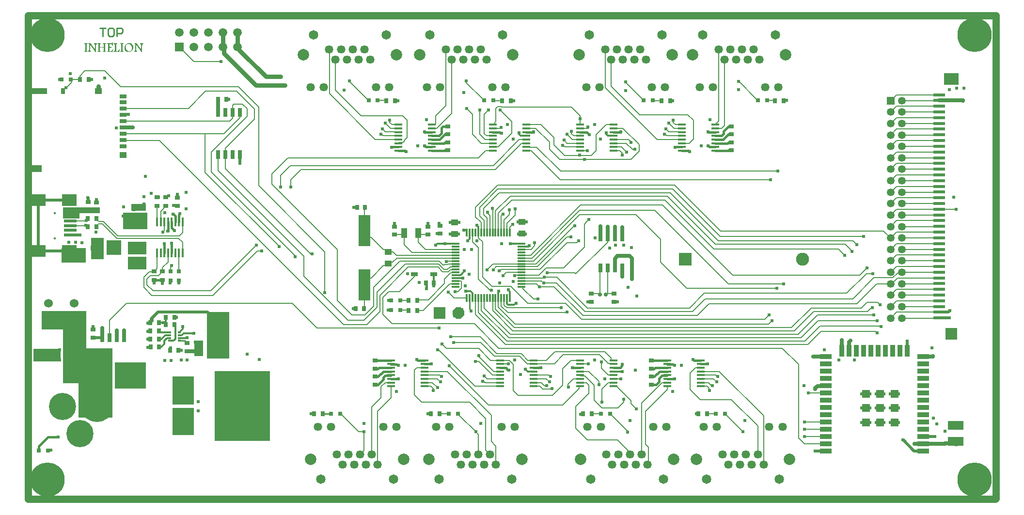
<source format=gtl>
G04*
G04 #@! TF.GenerationSoftware,Altium Limited,Altium Designer,18.1.7 (191)*
G04*
G04 Layer_Physical_Order=1*
G04 Layer_Color=255*
%FSLAX25Y25*%
%MOIN*%
G70*
G01*
G75*
%ADD13C,0.01000*%
%ADD14C,0.01500*%
%ADD15C,0.00800*%
%ADD17C,0.05000*%
%ADD18R,0.05807X0.01772*%
%ADD19R,0.03543X0.03000*%
%ADD20R,0.03000X0.03543*%
%ADD21R,0.02756X0.03150*%
%ADD22R,0.03937X0.07087*%
%ADD23R,0.05000X0.04000*%
%ADD24R,0.01713X0.06008*%
%ADD25R,0.11000X0.06299*%
%ADD26R,0.02559X0.06004*%
%ADD27R,0.07480X0.05118*%
%ADD28R,0.11024X0.03937*%
%ADD29R,0.03150X0.03937*%
%ADD30R,0.04724X0.03937*%
%ADD31R,0.04724X0.02756*%
%ADD32R,0.03000X0.03500*%
%ADD33R,0.07874X0.21654*%
%ADD34R,0.07874X0.02362*%
%ADD35R,0.09843X0.07874*%
%ADD36R,0.07874X0.07874*%
%ADD37R,0.05236X0.05236*%
%ADD38R,0.07874X0.03543*%
%ADD39R,0.03543X0.07874*%
%ADD40R,0.04724X0.02953*%
%ADD41R,0.01181X0.05807*%
%ADD42R,0.05807X0.01181*%
%ADD43R,0.04921X0.03937*%
%ADD44P,0.08523X8X22.5*%
%ADD45R,0.01870X0.01181*%
%ADD46R,0.06299X0.11000*%
%ADD47R,0.13386X0.07087*%
%ADD48R,0.02559X0.06102*%
%ADD49R,0.02559X0.05906*%
%ADD50R,0.03500X0.03000*%
%ADD51R,0.38386X0.48031*%
%ADD52R,0.03150X0.02756*%
%ADD53R,0.13780X0.06299*%
%ADD54R,0.08858X0.01968*%
%ADD108C,0.02500*%
%ADD109C,0.01200*%
%ADD110C,0.02000*%
%ADD111C,0.03000*%
%ADD112C,0.00700*%
%ADD113C,0.01600*%
%ADD114R,0.19000X0.09000*%
%ADD115R,0.31000X0.13000*%
%ADD116R,0.16000X0.39500*%
%ADD117R,0.15296X0.31920*%
%ADD118R,0.16500X0.10000*%
%ADD119R,0.11500X0.07500*%
%ADD120R,0.25500X0.04000*%
%ADD121R,0.13000X0.08500*%
%ADD122R,0.10000X0.10000*%
%ADD123R,0.09000X0.14500*%
%ADD124R,0.10000X0.04500*%
%ADD125R,0.17000X0.11500*%
%ADD126R,0.21500X0.18000*%
%ADD127R,0.34000X0.24000*%
%ADD128R,0.23500X0.26500*%
%ADD129R,0.14500X0.19500*%
%ADD130R,0.14500X0.18500*%
%ADD131C,0.05756*%
%ADD132C,0.07874*%
%ADD133C,0.06496*%
%ADD134C,0.05906*%
%ADD135R,0.05906X0.05906*%
%ADD136R,0.08976X0.08976*%
%ADD137C,0.08976*%
%ADD138C,0.06000*%
%ADD139C,0.05315*%
%ADD140R,0.05315X0.05315*%
%ADD141C,0.23622*%
%ADD142C,0.18661*%
%ADD143C,0.21496*%
%ADD144C,0.02756*%
%ADD145C,0.01772*%
%ADD146C,0.02400*%
G36*
X58670Y-21095D02*
X58142D01*
Y-21086D01*
Y-21067D01*
Y-21030D01*
X58133Y-20975D01*
Y-20919D01*
X58124Y-20855D01*
X58096Y-20697D01*
X58050Y-20531D01*
X57985Y-20364D01*
X57902Y-20216D01*
X57846Y-20152D01*
X57782Y-20096D01*
X57763Y-20087D01*
X57717Y-20050D01*
X57634Y-20004D01*
X57513Y-19948D01*
X57365Y-19902D01*
X57171Y-19855D01*
X56949Y-19818D01*
X56690Y-19809D01*
X56440D01*
Y-19828D01*
Y-19874D01*
X56431Y-19957D01*
Y-20059D01*
X56422Y-20179D01*
Y-20309D01*
X56413Y-20457D01*
Y-20605D01*
Y-20614D01*
Y-20633D01*
Y-20679D01*
Y-20725D01*
X56422Y-20790D01*
X56431Y-20855D01*
X56450Y-21012D01*
X56477Y-21188D01*
X56524Y-21373D01*
X56588Y-21539D01*
X56635Y-21613D01*
X56681Y-21678D01*
X56690Y-21696D01*
X56736Y-21733D01*
X56801Y-21780D01*
X56894Y-21844D01*
X57014Y-21909D01*
X57162Y-21955D01*
X57347Y-21992D01*
X57560Y-22011D01*
X58105D01*
Y-22510D01*
X56459Y-22547D01*
Y-24971D01*
X56894D01*
X56958Y-24961D01*
X57060Y-24952D01*
X57171Y-24925D01*
X57291Y-24897D01*
X57430Y-24851D01*
X57578Y-24786D01*
X57717Y-24712D01*
X57865Y-24619D01*
X58004Y-24499D01*
X58133Y-24360D01*
X58253Y-24194D01*
X58346Y-24000D01*
X58429Y-23777D01*
X58485Y-23528D01*
X58993D01*
X58605Y-25581D01*
X58207D01*
Y-25572D01*
Y-25554D01*
X58198Y-25517D01*
Y-25480D01*
X58179Y-25442D01*
X58170Y-25405D01*
X58152Y-25387D01*
X58124Y-25378D01*
X54738D01*
Y-24980D01*
X54812D01*
X54886Y-24971D01*
X54979Y-24961D01*
X55071Y-24943D01*
X55164Y-24925D01*
X55247Y-24888D01*
X55303Y-24851D01*
X55312Y-24841D01*
X55321Y-24823D01*
X55340Y-24795D01*
X55367Y-24739D01*
X55386Y-24675D01*
X55404Y-24592D01*
X55414Y-24480D01*
X55423Y-24351D01*
Y-20438D01*
Y-20429D01*
Y-20420D01*
Y-20374D01*
X55414Y-20309D01*
X55404Y-20226D01*
X55395Y-20142D01*
X55367Y-20059D01*
X55340Y-19985D01*
X55293Y-19930D01*
X55284Y-19920D01*
X55266Y-19911D01*
X55229Y-19893D01*
X55173Y-19874D01*
X55099Y-19855D01*
X55007Y-19828D01*
X54886Y-19818D01*
X54738Y-19809D01*
Y-19402D01*
X58078D01*
X58115Y-19393D01*
X58152Y-19375D01*
X58189Y-19347D01*
X58226Y-19310D01*
X58253Y-19254D01*
X58263Y-19180D01*
X58670D01*
Y-21095D01*
D02*
G37*
G36*
X54211Y-19809D02*
X54137D01*
X54063Y-19818D01*
X53971Y-19828D01*
X53869Y-19846D01*
X53776Y-19865D01*
X53693Y-19902D01*
X53638Y-19939D01*
Y-19948D01*
X53619Y-19967D01*
X53601Y-19994D01*
X53582Y-20041D01*
X53564Y-20114D01*
X53545Y-20198D01*
X53536Y-20300D01*
X53527Y-20429D01*
Y-24351D01*
Y-24370D01*
Y-24416D01*
X53536Y-24490D01*
X53545Y-24564D01*
X53554Y-24656D01*
X53582Y-24739D01*
X53610Y-24814D01*
X53647Y-24869D01*
X53656D01*
X53675Y-24888D01*
X53712Y-24906D01*
X53767Y-24925D01*
X53841Y-24943D01*
X53934Y-24961D01*
X54063Y-24971D01*
X54211Y-24980D01*
Y-25378D01*
X51806D01*
Y-24980D01*
X51880D01*
X51954Y-24971D01*
X52047Y-24961D01*
X52139Y-24943D01*
X52232Y-24925D01*
X52315Y-24888D01*
X52370Y-24851D01*
X52380Y-24841D01*
X52389Y-24823D01*
X52407Y-24786D01*
X52435Y-24739D01*
X52454Y-24675D01*
X52472Y-24582D01*
X52481Y-24480D01*
X52491Y-24351D01*
Y-22353D01*
X49928D01*
Y-24351D01*
Y-24360D01*
Y-24379D01*
X49938Y-24407D01*
Y-24443D01*
X49965Y-24545D01*
X50012Y-24666D01*
X50049Y-24721D01*
X50095Y-24777D01*
X50150Y-24832D01*
X50215Y-24878D01*
X50298Y-24915D01*
X50391Y-24952D01*
X50493Y-24971D01*
X50613Y-24980D01*
Y-25378D01*
X48208D01*
Y-24980D01*
X48282D01*
X48356Y-24971D01*
X48448Y-24961D01*
X48541Y-24943D01*
X48633Y-24925D01*
X48717Y-24888D01*
X48772Y-24851D01*
X48781Y-24841D01*
X48791Y-24823D01*
X48809Y-24795D01*
X48837Y-24739D01*
X48855Y-24675D01*
X48874Y-24592D01*
X48883Y-24480D01*
X48892Y-24351D01*
Y-20429D01*
Y-20411D01*
Y-20364D01*
X48883Y-20300D01*
X48874Y-20216D01*
X48865Y-20133D01*
X48837Y-20050D01*
X48809Y-19985D01*
X48763Y-19930D01*
X48754Y-19920D01*
X48735Y-19911D01*
X48698Y-19893D01*
X48643Y-19874D01*
X48569Y-19855D01*
X48476Y-19828D01*
X48356Y-19818D01*
X48208Y-19809D01*
Y-19402D01*
X50613D01*
Y-19809D01*
X50539D01*
X50465Y-19818D01*
X50372Y-19828D01*
X50271Y-19846D01*
X50178Y-19865D01*
X50095Y-19902D01*
X50039Y-19939D01*
Y-19948D01*
X50021Y-19967D01*
X50002Y-19994D01*
X49984Y-20041D01*
X49965Y-20114D01*
X49947Y-20198D01*
X49938Y-20300D01*
X49928Y-20429D01*
Y-21891D01*
X52491D01*
Y-20429D01*
Y-20411D01*
Y-20364D01*
X52481Y-20300D01*
X52472Y-20216D01*
X52463Y-20133D01*
X52435Y-20050D01*
X52407Y-19985D01*
X52361Y-19930D01*
X52352Y-19920D01*
X52333Y-19911D01*
X52296Y-19893D01*
X52241Y-19874D01*
X52167Y-19855D01*
X52074Y-19828D01*
X51954Y-19818D01*
X51806Y-19809D01*
Y-19402D01*
X54211D01*
Y-19809D01*
D02*
G37*
G36*
X79639Y-19809D02*
X79630D01*
X79602Y-19818D01*
X79565Y-19828D01*
X79510Y-19855D01*
X79445Y-19902D01*
X79380Y-19966D01*
X79297Y-20050D01*
X79223Y-20161D01*
X79149Y-20300D01*
X79112Y-20383D01*
X79075Y-20475D01*
X79038Y-20577D01*
X79001Y-20688D01*
X78964Y-20808D01*
X78936Y-20947D01*
X78909Y-21086D01*
X78881Y-21243D01*
X78862Y-21409D01*
X78844Y-21585D01*
X78825Y-21779D01*
X78816Y-21983D01*
X78807Y-22205D01*
Y-22436D01*
Y-25591D01*
X78437D01*
X74691Y-20309D01*
Y-21909D01*
Y-21927D01*
Y-21983D01*
Y-22057D01*
Y-22168D01*
X74700Y-22298D01*
Y-22455D01*
X74709Y-22612D01*
X74718Y-22797D01*
X74737Y-23176D01*
X74765Y-23555D01*
X74792Y-23741D01*
X74811Y-23916D01*
X74848Y-24073D01*
X74876Y-24221D01*
Y-24231D01*
X74885Y-24249D01*
X74894Y-24286D01*
X74913Y-24332D01*
X74959Y-24453D01*
X75024Y-24582D01*
X75116Y-24721D01*
X75227Y-24841D01*
X75292Y-24897D01*
X75366Y-24943D01*
X75440Y-24971D01*
X75523Y-24989D01*
Y-25378D01*
X73359D01*
Y-24989D01*
X73368D01*
X73396Y-24980D01*
X73433Y-24961D01*
X73488Y-24925D01*
X73553Y-24869D01*
X73627Y-24795D01*
X73701Y-24693D01*
X73775Y-24564D01*
X73812Y-24480D01*
X73849Y-24397D01*
X73895Y-24305D01*
X73932Y-24194D01*
X73960Y-24073D01*
X73997Y-23944D01*
X74034Y-23805D01*
X74062Y-23657D01*
X74089Y-23491D01*
X74117Y-23315D01*
X74136Y-23121D01*
X74154Y-22917D01*
X74173Y-22695D01*
X74182Y-22464D01*
X74191Y-22214D01*
Y-21946D01*
Y-20383D01*
Y-20364D01*
Y-20327D01*
X74182Y-20263D01*
X74173Y-20198D01*
X74163Y-20114D01*
X74136Y-20041D01*
X74108Y-19976D01*
X74062Y-19929D01*
X74052Y-19920D01*
X74034Y-19911D01*
X73997Y-19893D01*
X73941Y-19874D01*
X73867Y-19855D01*
X73775Y-19828D01*
X73655Y-19818D01*
X73507Y-19809D01*
Y-19402D01*
X75135D01*
X78289Y-23842D01*
Y-22584D01*
Y-22566D01*
Y-22529D01*
Y-22464D01*
Y-22372D01*
X78280Y-22261D01*
Y-22140D01*
X78270Y-22002D01*
X78261Y-21854D01*
X78243Y-21530D01*
X78206Y-21197D01*
X78159Y-20873D01*
X78132Y-20716D01*
X78095Y-20577D01*
Y-20568D01*
X78085Y-20549D01*
X78076Y-20512D01*
X78058Y-20466D01*
X78011Y-20346D01*
X77947Y-20207D01*
X77854Y-20068D01*
X77743Y-19948D01*
X77688Y-19893D01*
X77614Y-19855D01*
X77540Y-19828D01*
X77456Y-19809D01*
Y-19402D01*
X79639D01*
Y-19809D01*
D02*
G37*
G36*
X47940Y-19809D02*
X47930D01*
X47903Y-19818D01*
X47866Y-19828D01*
X47810Y-19855D01*
X47745Y-19902D01*
X47681Y-19967D01*
X47597Y-20050D01*
X47523Y-20161D01*
X47449Y-20300D01*
X47412Y-20383D01*
X47375Y-20475D01*
X47338Y-20577D01*
X47301Y-20688D01*
X47264Y-20808D01*
X47237Y-20947D01*
X47209Y-21086D01*
X47181Y-21243D01*
X47163Y-21409D01*
X47144Y-21585D01*
X47126Y-21780D01*
X47116Y-21983D01*
X47107Y-22205D01*
Y-22436D01*
Y-25591D01*
X46737D01*
X42991Y-20309D01*
Y-21909D01*
Y-21927D01*
Y-21983D01*
Y-22057D01*
Y-22168D01*
X43000Y-22298D01*
Y-22455D01*
X43009Y-22612D01*
X43019Y-22797D01*
X43037Y-23176D01*
X43065Y-23555D01*
X43093Y-23741D01*
X43111Y-23916D01*
X43148Y-24074D01*
X43176Y-24221D01*
Y-24231D01*
X43185Y-24249D01*
X43194Y-24286D01*
X43213Y-24333D01*
X43259Y-24453D01*
X43324Y-24582D01*
X43416Y-24721D01*
X43527Y-24841D01*
X43592Y-24897D01*
X43666Y-24943D01*
X43740Y-24971D01*
X43823Y-24989D01*
Y-25378D01*
X41659D01*
Y-24989D01*
X41668D01*
X41696Y-24980D01*
X41733Y-24961D01*
X41788Y-24925D01*
X41853Y-24869D01*
X41927Y-24795D01*
X42001Y-24693D01*
X42075Y-24564D01*
X42112Y-24480D01*
X42149Y-24397D01*
X42195Y-24305D01*
X42232Y-24194D01*
X42260Y-24074D01*
X42297Y-23944D01*
X42334Y-23805D01*
X42362Y-23657D01*
X42390Y-23491D01*
X42417Y-23315D01*
X42436Y-23121D01*
X42454Y-22917D01*
X42473Y-22695D01*
X42482Y-22464D01*
X42491Y-22214D01*
Y-21946D01*
Y-20383D01*
Y-20364D01*
Y-20327D01*
X42482Y-20263D01*
X42473Y-20198D01*
X42464Y-20114D01*
X42436Y-20041D01*
X42408Y-19976D01*
X42362Y-19930D01*
X42353Y-19920D01*
X42334Y-19911D01*
X42297Y-19893D01*
X42242Y-19874D01*
X42168Y-19855D01*
X42075Y-19828D01*
X41955Y-19818D01*
X41807Y-19809D01*
Y-19402D01*
X43435D01*
X46589Y-23842D01*
Y-22584D01*
Y-22566D01*
Y-22529D01*
Y-22464D01*
Y-22372D01*
X46580Y-22261D01*
Y-22140D01*
X46571Y-22002D01*
X46561Y-21854D01*
X46543Y-21530D01*
X46506Y-21197D01*
X46460Y-20873D01*
X46432Y-20716D01*
X46395Y-20577D01*
Y-20568D01*
X46386Y-20549D01*
X46376Y-20512D01*
X46358Y-20466D01*
X46312Y-20346D01*
X46247Y-20207D01*
X46154Y-20068D01*
X46043Y-19948D01*
X45988Y-19893D01*
X45914Y-19855D01*
X45840Y-19828D01*
X45757Y-19809D01*
Y-19402D01*
X47940D01*
Y-19809D01*
D02*
G37*
G36*
X66171D02*
X66097D01*
X66023Y-19818D01*
X65931Y-19828D01*
X65829Y-19846D01*
X65737Y-19865D01*
X65653Y-19902D01*
X65598Y-19939D01*
Y-19948D01*
X65579Y-19967D01*
X65561Y-19994D01*
X65542Y-20041D01*
X65524Y-20114D01*
X65505Y-20198D01*
X65496Y-20300D01*
X65487Y-20429D01*
Y-24351D01*
Y-24360D01*
Y-24379D01*
X65496Y-24407D01*
Y-24443D01*
X65524Y-24545D01*
X65570Y-24656D01*
X65607Y-24712D01*
X65653Y-24777D01*
X65709Y-24823D01*
X65774Y-24869D01*
X65857Y-24915D01*
X65949Y-24943D01*
X66051Y-24971D01*
X66171Y-24980D01*
Y-25378D01*
X63766D01*
Y-24980D01*
X63840D01*
X63914Y-24971D01*
X64007Y-24961D01*
X64099Y-24943D01*
X64192Y-24925D01*
X64275Y-24888D01*
X64331Y-24851D01*
X64340Y-24841D01*
X64349Y-24823D01*
X64368Y-24795D01*
X64395Y-24739D01*
X64414Y-24675D01*
X64432Y-24592D01*
X64442Y-24480D01*
X64451Y-24351D01*
Y-20429D01*
Y-20411D01*
Y-20364D01*
X64442Y-20300D01*
X64432Y-20216D01*
X64423Y-20133D01*
X64395Y-20050D01*
X64368Y-19985D01*
X64321Y-19930D01*
X64312Y-19920D01*
X64294Y-19911D01*
X64257Y-19893D01*
X64201Y-19874D01*
X64127Y-19855D01*
X64035Y-19828D01*
X63914Y-19818D01*
X63766Y-19809D01*
Y-19402D01*
X66171D01*
Y-19809D01*
D02*
G37*
G36*
X41381D02*
X41307D01*
X41233Y-19818D01*
X41141Y-19828D01*
X41039Y-19846D01*
X40947Y-19865D01*
X40863Y-19902D01*
X40808Y-19939D01*
Y-19948D01*
X40789Y-19967D01*
X40771Y-19994D01*
X40752Y-20041D01*
X40734Y-20114D01*
X40715Y-20198D01*
X40706Y-20300D01*
X40697Y-20429D01*
Y-24351D01*
Y-24360D01*
Y-24379D01*
X40706Y-24407D01*
Y-24443D01*
X40734Y-24545D01*
X40780Y-24656D01*
X40817Y-24712D01*
X40863Y-24777D01*
X40919Y-24823D01*
X40984Y-24869D01*
X41067Y-24915D01*
X41159Y-24943D01*
X41261Y-24971D01*
X41381Y-24980D01*
Y-25378D01*
X38976D01*
Y-24980D01*
X39050D01*
X39124Y-24971D01*
X39217Y-24961D01*
X39309Y-24943D01*
X39402Y-24925D01*
X39485Y-24888D01*
X39541Y-24851D01*
X39550Y-24841D01*
X39559Y-24823D01*
X39578Y-24795D01*
X39605Y-24739D01*
X39624Y-24675D01*
X39642Y-24592D01*
X39652Y-24480D01*
X39661Y-24351D01*
Y-20429D01*
Y-20411D01*
Y-20364D01*
X39652Y-20300D01*
X39642Y-20216D01*
X39633Y-20133D01*
X39605Y-20050D01*
X39578Y-19985D01*
X39531Y-19930D01*
X39522Y-19920D01*
X39504Y-19911D01*
X39467Y-19893D01*
X39411Y-19874D01*
X39337Y-19855D01*
X39245Y-19828D01*
X39124Y-19818D01*
X38976Y-19809D01*
Y-19402D01*
X41381D01*
Y-19809D01*
D02*
G37*
G36*
X70195Y-19282D02*
X70269Y-19291D01*
X70362Y-19300D01*
X70463Y-19310D01*
X70676Y-19347D01*
X70907Y-19402D01*
X71148Y-19486D01*
X71379Y-19587D01*
X71388D01*
X71407Y-19606D01*
X71435Y-19624D01*
X71481Y-19643D01*
X71536Y-19680D01*
X71592Y-19717D01*
X71740Y-19828D01*
X71906Y-19966D01*
X72082Y-20133D01*
X72267Y-20327D01*
X72443Y-20559D01*
X72452Y-20568D01*
X72461Y-20586D01*
X72489Y-20623D01*
X72517Y-20670D01*
X72554Y-20734D01*
X72591Y-20808D01*
X72628Y-20901D01*
X72674Y-20993D01*
X72720Y-21104D01*
X72757Y-21225D01*
X72794Y-21354D01*
X72831Y-21493D01*
X72887Y-21789D01*
X72896Y-21955D01*
X72905Y-22122D01*
Y-22131D01*
Y-22168D01*
Y-22214D01*
X72896Y-22288D01*
X72887Y-22381D01*
X72878Y-22482D01*
X72859Y-22593D01*
X72831Y-22723D01*
X72804Y-22852D01*
X72767Y-23000D01*
X72720Y-23148D01*
X72665Y-23306D01*
X72600Y-23463D01*
X72526Y-23620D01*
X72443Y-23777D01*
X72341Y-23935D01*
X72332Y-23944D01*
X72313Y-23972D01*
X72286Y-24009D01*
X72239Y-24064D01*
X72184Y-24138D01*
X72119Y-24212D01*
X72045Y-24295D01*
X71962Y-24388D01*
X71777Y-24582D01*
X71546Y-24786D01*
X71296Y-24971D01*
X71166Y-25054D01*
X71028Y-25128D01*
X71018D01*
X70991Y-25146D01*
X70954Y-25165D01*
X70898Y-25183D01*
X70833Y-25211D01*
X70750Y-25248D01*
X70658Y-25285D01*
X70547Y-25313D01*
X70436Y-25350D01*
X70315Y-25387D01*
X70047Y-25452D01*
X69760Y-25489D01*
X69455Y-25507D01*
X69400D01*
X69344Y-25498D01*
X69261D01*
X69159Y-25480D01*
X69039Y-25461D01*
X68909Y-25442D01*
X68761Y-25405D01*
X68613Y-25359D01*
X68447Y-25313D01*
X68290Y-25248D01*
X68114Y-25165D01*
X67947Y-25073D01*
X67781Y-24971D01*
X67614Y-24841D01*
X67457Y-24702D01*
X67448Y-24693D01*
X67420Y-24666D01*
X67383Y-24619D01*
X67328Y-24555D01*
X67263Y-24480D01*
X67198Y-24379D01*
X67124Y-24268D01*
X67050Y-24148D01*
X66967Y-24009D01*
X66893Y-23852D01*
X66828Y-23685D01*
X66763Y-23509D01*
X66708Y-23315D01*
X66671Y-23121D01*
X66643Y-22908D01*
X66634Y-22686D01*
Y-22668D01*
Y-22621D01*
X66643Y-22547D01*
X66652Y-22455D01*
X66662Y-22334D01*
X66689Y-22196D01*
X66717Y-22039D01*
X66763Y-21872D01*
X66819Y-21687D01*
X66884Y-21493D01*
X66967Y-21299D01*
X67059Y-21095D01*
X67180Y-20892D01*
X67318Y-20688D01*
X67476Y-20484D01*
X67651Y-20290D01*
X67661Y-20281D01*
X67698Y-20244D01*
X67753Y-20198D01*
X67836Y-20133D01*
X67929Y-20050D01*
X68049Y-19966D01*
X68179Y-19874D01*
X68327Y-19782D01*
X68493Y-19689D01*
X68678Y-19597D01*
X68863Y-19504D01*
X69076Y-19430D01*
X69289Y-19365D01*
X69511Y-19319D01*
X69751Y-19282D01*
X69992Y-19273D01*
X70121D01*
X70195Y-19282D01*
D02*
G37*
G36*
X61685Y-19809D02*
X61611D01*
X61537Y-19818D01*
X61445Y-19828D01*
X61343Y-19846D01*
X61250Y-19865D01*
X61167Y-19902D01*
X61112Y-19939D01*
Y-19948D01*
X61093Y-19957D01*
X61075Y-19994D01*
X61056Y-20041D01*
X61038Y-20105D01*
X61019Y-20189D01*
X61010Y-20300D01*
X61001Y-20429D01*
Y-24971D01*
X61537D01*
X61602Y-24961D01*
X61685Y-24952D01*
X61787Y-24925D01*
X61907Y-24897D01*
X62027Y-24851D01*
X62166Y-24795D01*
X62296Y-24721D01*
X62434Y-24619D01*
X62564Y-24508D01*
X62684Y-24370D01*
X62795Y-24203D01*
X62897Y-24018D01*
X62980Y-23796D01*
X63036Y-23546D01*
X63544D01*
X63137Y-25591D01*
X62749D01*
Y-25581D01*
Y-25554D01*
X62740Y-25526D01*
X62730Y-25480D01*
X62721Y-25442D01*
X62703Y-25415D01*
X62675Y-25387D01*
X62638Y-25378D01*
X59280D01*
Y-24980D01*
X59354D01*
X59428Y-24971D01*
X59521Y-24961D01*
X59613Y-24943D01*
X59706Y-24925D01*
X59789Y-24888D01*
X59844Y-24851D01*
X59854Y-24841D01*
X59863Y-24823D01*
X59881Y-24795D01*
X59909Y-24739D01*
X59928Y-24675D01*
X59946Y-24592D01*
X59955Y-24480D01*
X59965Y-24351D01*
Y-20429D01*
Y-20411D01*
Y-20364D01*
X59955Y-20300D01*
X59946Y-20216D01*
X59937Y-20133D01*
X59909Y-20050D01*
X59881Y-19985D01*
X59835Y-19930D01*
X59826Y-19920D01*
X59807Y-19911D01*
X59770Y-19893D01*
X59715Y-19874D01*
X59641Y-19855D01*
X59548Y-19828D01*
X59428Y-19818D01*
X59280Y-19809D01*
Y-19402D01*
X61685D01*
Y-19809D01*
D02*
G37*
%LPC*%
G36*
X69427Y-19883D02*
X69353D01*
X69298Y-19893D01*
X69224Y-19902D01*
X69150Y-19911D01*
X68965Y-19957D01*
X68761Y-20022D01*
X68650Y-20068D01*
X68539Y-20124D01*
X68428Y-20188D01*
X68317Y-20263D01*
X68216Y-20346D01*
X68114Y-20448D01*
X68105Y-20457D01*
X68095Y-20475D01*
X68068Y-20503D01*
X68031Y-20549D01*
X67994Y-20605D01*
X67947Y-20670D01*
X67901Y-20753D01*
X67855Y-20836D01*
X67809Y-20938D01*
X67762Y-21049D01*
X67716Y-21178D01*
X67679Y-21308D01*
X67642Y-21447D01*
X67614Y-21595D01*
X67605Y-21761D01*
X67596Y-21927D01*
Y-21946D01*
Y-21992D01*
X67605Y-22057D01*
Y-22159D01*
X67624Y-22270D01*
X67642Y-22409D01*
X67661Y-22557D01*
X67698Y-22714D01*
X67735Y-22889D01*
X67790Y-23065D01*
X67855Y-23250D01*
X67929Y-23426D01*
X68021Y-23611D01*
X68132Y-23787D01*
X68253Y-23953D01*
X68391Y-24111D01*
X68401Y-24120D01*
X68428Y-24148D01*
X68475Y-24184D01*
X68530Y-24240D01*
X68604Y-24295D01*
X68697Y-24360D01*
X68789Y-24434D01*
X68909Y-24508D01*
X69030Y-24591D01*
X69159Y-24656D01*
X69307Y-24730D01*
X69455Y-24786D01*
X69612Y-24841D01*
X69779Y-24878D01*
X69945Y-24906D01*
X70121Y-24915D01*
X70195D01*
X70241Y-24906D01*
X70306Y-24897D01*
X70380Y-24888D01*
X70556Y-24841D01*
X70759Y-24777D01*
X70861Y-24730D01*
X70972Y-24684D01*
X71083Y-24619D01*
X71185Y-24545D01*
X71296Y-24462D01*
X71398Y-24360D01*
X71407Y-24351D01*
X71425Y-24332D01*
X71444Y-24305D01*
X71481Y-24259D01*
X71527Y-24203D01*
X71573Y-24138D01*
X71620Y-24055D01*
X71675Y-23972D01*
X71721Y-23870D01*
X71768Y-23759D01*
X71814Y-23639D01*
X71860Y-23509D01*
X71897Y-23380D01*
X71916Y-23232D01*
X71934Y-23075D01*
X71943Y-22917D01*
Y-22908D01*
Y-22880D01*
Y-22834D01*
X71934Y-22779D01*
Y-22695D01*
X71925Y-22612D01*
X71916Y-22510D01*
X71897Y-22409D01*
X71851Y-22159D01*
X71786Y-21900D01*
X71694Y-21622D01*
X71573Y-21345D01*
Y-21336D01*
X71555Y-21308D01*
X71536Y-21271D01*
X71509Y-21225D01*
X71472Y-21160D01*
X71425Y-21095D01*
X71314Y-20929D01*
X71176Y-20753D01*
X71000Y-20568D01*
X70806Y-20392D01*
X70584Y-20244D01*
X70574D01*
X70556Y-20225D01*
X70519Y-20207D01*
X70482Y-20188D01*
X70426Y-20161D01*
X70362Y-20133D01*
X70204Y-20059D01*
X70029Y-19994D01*
X69834Y-19939D01*
X69631Y-19902D01*
X69427Y-19883D01*
D02*
G37*
%LPD*%
D13*
X305134Y-203631D02*
Y-203252D01*
X304239Y-202358D02*
Y-194760D01*
Y-202358D02*
X305134Y-203252D01*
X203000Y-274433D02*
X208659D01*
X108245Y-224155D02*
X109867Y-225778D01*
X104507Y-224155D02*
X108245D01*
X49690Y-8864D02*
X53626D01*
X51658D01*
Y-14768D01*
X58545Y-8864D02*
X56577D01*
X55594Y-9848D01*
Y-13784D01*
X56577Y-14768D01*
X58545D01*
X59529Y-13784D01*
Y-9848D01*
X58545Y-8864D01*
X61497Y-14768D02*
Y-8864D01*
X64449D01*
X65433Y-9848D01*
Y-11816D01*
X64449Y-12800D01*
X61497D01*
D14*
X408828Y-240605D02*
X409000Y-240433D01*
X374786Y-242651D02*
X379987D01*
X403134Y-242638D02*
X403153Y-242618D01*
X374773Y-242663D02*
X374786Y-242651D01*
X379987D02*
X380000Y-242638D01*
X14000Y-290433D02*
X21000D01*
X7850Y-296583D02*
X14000Y-290433D01*
X7850Y-299705D02*
Y-296583D01*
X45000Y-221933D02*
X45146Y-222079D01*
X208659Y-274433D02*
X208850Y-274242D01*
X348217Y-80532D02*
X348237Y-80512D01*
X320000Y-80551D02*
X324875D01*
X343153Y-80532D02*
X348217D01*
X343134Y-80551D02*
X343153Y-80532D01*
X324875Y-80551D02*
X325757Y-81433D01*
X326000D01*
X407706Y-242618D02*
X408828Y-241496D01*
X380000Y-80551D02*
X384688D01*
X386464Y-82328D01*
X325000Y-242638D02*
X325005Y-242643D01*
X328966D01*
X330584Y-244261D01*
X330828D01*
X331000Y-244433D01*
X473270Y-82974D02*
X477459D01*
X478684Y-81749D02*
Y-79871D01*
X477459Y-82974D02*
X478684Y-81749D01*
X482039Y-76516D02*
X482039D01*
X478684Y-79871D02*
X482039Y-76516D01*
X284718Y-77616D02*
X285818Y-76516D01*
X278270Y-82974D02*
X282981D01*
X284718Y-81238D02*
Y-77616D01*
X282981Y-82974D02*
X284718Y-81238D01*
X249864Y-247892D02*
X250000Y-247756D01*
X244650Y-250795D02*
Y-249458D01*
X246216Y-247892D01*
X249864D01*
X403134Y-80551D02*
X403153Y-80532D01*
X408217D01*
X408237Y-80512D01*
X348134Y-242638D02*
X348153Y-242618D01*
X353217D01*
X353237Y-242599D01*
X241094Y-254350D02*
X241094D01*
X244650Y-250795D01*
X274098Y-184508D02*
X274328Y-184738D01*
Y-187833D02*
X274448D01*
X463194Y-240019D02*
X467589D01*
X457650Y-236958D02*
X457893D01*
X458455Y-237520D01*
X463134D01*
X431095Y-237815D02*
X431390Y-237520D01*
X440000D01*
X431095Y-243327D02*
X431783Y-242638D01*
X440000D01*
X431095Y-248839D02*
X434736Y-245197D01*
X440000D01*
X432316Y-254350D02*
X434450Y-252217D01*
Y-250025D01*
X439864Y-247892D02*
X440000Y-247756D01*
X431095Y-254350D02*
X432316D01*
X436583Y-247892D02*
X439864D01*
X434450Y-250025D02*
X436583Y-247892D01*
X445006Y-250315D02*
X445150Y-250458D01*
X440000Y-250315D02*
X445006D01*
X467589Y-240019D02*
X467650Y-239958D01*
X463134Y-240079D02*
X463194Y-240019D01*
X444906Y-240958D02*
X445150D01*
X444162Y-240215D02*
X444906Y-240958D01*
X440136Y-240215D02*
X444162D01*
X440000Y-240079D02*
X440136Y-240215D01*
X273194Y-240019D02*
X277589D01*
X267650Y-236958D02*
X267893D01*
X268455Y-237520D01*
X273134D01*
X241094Y-237815D02*
X241390Y-237520D01*
X250000D01*
X241094Y-243327D02*
X241783Y-242638D01*
X250000D01*
X241094Y-248839D02*
X244736Y-245197D01*
X250000D01*
X255006Y-250315D02*
X255150Y-250458D01*
X250000Y-250315D02*
X255006D01*
X277589Y-240019D02*
X277650Y-239958D01*
X273134Y-240079D02*
X273194Y-240019D01*
X254906Y-240958D02*
X255150D01*
X254162Y-240215D02*
X254906Y-240958D01*
X250136Y-240215D02*
X254162D01*
X250000Y-240079D02*
X250136Y-240215D01*
X445544Y-90848D02*
X449940D01*
X455241Y-93908D02*
X455484D01*
X454679Y-93347D02*
X455241Y-93908D01*
X450000Y-93347D02*
X454679D01*
X481744D02*
X482039Y-93051D01*
X473134Y-93347D02*
X481744D01*
X481350Y-88228D02*
X482039Y-87539D01*
X473134Y-88228D02*
X481350D01*
X478398Y-85669D02*
X482039Y-82028D01*
X473134Y-85669D02*
X478398D01*
X473134Y-83110D02*
X473270Y-82974D01*
X467984Y-80408D02*
X468128Y-80551D01*
X473134D01*
X445484Y-90908D02*
X445544Y-90848D01*
X449940D02*
X450000Y-90787D01*
X467984Y-89908D02*
X468228D01*
X468972Y-90652D01*
X472998D01*
X473134Y-90787D01*
X277998Y-90652D02*
X278134Y-90787D01*
X273972Y-90652D02*
X277998D01*
X273228Y-89908D02*
X273972Y-90652D01*
X272984Y-89908D02*
X273228D01*
X254940Y-90848D02*
X255000Y-90787D01*
X250484Y-90908D02*
X250545Y-90848D01*
X273128Y-80551D02*
X278134D01*
X272984Y-80408D02*
X273128Y-80551D01*
X285818Y-76516D02*
X287039D01*
X278134Y-83110D02*
X278270Y-82974D01*
X278134Y-85669D02*
X283398D01*
X287039Y-82028D01*
X278134Y-88228D02*
X286350D01*
X287039Y-87539D01*
X278134Y-93347D02*
X286744D01*
X287039Y-93051D01*
X255000Y-93347D02*
X259679D01*
X260241Y-93908D01*
X260484D01*
X250545Y-90848D02*
X254940D01*
X408828Y-241496D02*
Y-240605D01*
X274328Y-187833D02*
Y-184738D01*
X96631Y-148695D02*
Y-142320D01*
X99135Y-163674D02*
Y-157007D01*
Y-146505D02*
X101079Y-148449D01*
X99132Y-157004D02*
X99135Y-157007D01*
Y-146505D02*
Y-142320D01*
X96608Y-148718D02*
X96631Y-148695D01*
X403153Y-242618D02*
X407706D01*
D15*
X287697Y-49856D02*
G03*
X287697Y-49632I-3976J112D01*
G01*
X506306Y-283215D02*
G03*
X506306Y-283439I3976J-112D01*
G01*
X122500Y-52433D02*
X143667D01*
X155961Y-71734D02*
Y-64728D01*
X143667Y-52433D02*
X155961Y-64728D01*
X64000Y-49433D02*
X145122D01*
X159000Y-117433D02*
Y-63312D01*
X145122Y-49433D02*
X159000Y-63312D01*
X310151Y-181583D02*
X318000Y-189433D01*
X310151Y-181583D02*
Y-160036D01*
X306208Y-156094D02*
X310151Y-160036D01*
X310113Y-149611D02*
X310145Y-149579D01*
X313000Y-180433D02*
Y-156089D01*
X310113Y-153202D02*
Y-149611D01*
Y-153202D02*
X313000Y-156089D01*
Y-180433D02*
X319369Y-186802D01*
X325784D02*
X332369D01*
X325774Y-186812D02*
X325784Y-186802D01*
X323184Y-186812D02*
X325774D01*
X323174Y-186802D02*
X323184Y-186812D01*
X319369Y-186802D02*
X323174D01*
X332369D02*
X344000Y-198433D01*
X370000D01*
X342000Y-90874D02*
X350263D01*
X366822Y-107433D02*
X516000D01*
X350263Y-90874D02*
X366822Y-107433D01*
X281504Y-77929D02*
X291713Y-67721D01*
Y-30728D01*
X287697Y-62312D02*
Y-49856D01*
X287697Y-48130D02*
X287697Y-49632D01*
X280637Y-69371D02*
X287697Y-62312D01*
X287697Y-48130D02*
Y-23720D01*
X229418Y-69433D02*
X258000D01*
X211634Y-51649D02*
X229418Y-69433D01*
X211634Y-51649D02*
Y-30728D01*
X383000Y-99433D02*
X415000D01*
X420669Y-93764D02*
Y-89144D01*
X415000Y-99433D02*
X420669Y-93764D01*
X349559Y-77992D02*
X359000Y-87433D01*
Y-92433D02*
Y-87433D01*
Y-92433D02*
X366000Y-99433D01*
X383000D01*
X343134Y-77992D02*
X349559D01*
X369449Y-96647D02*
X387786D01*
X362000Y-89199D02*
Y-84433D01*
Y-89199D02*
X369449Y-96647D01*
X391000Y-93433D02*
Y-82433D01*
X387786Y-96647D02*
X391000Y-93433D01*
X438171Y-82223D02*
X438739D01*
X334255Y-258220D02*
X337587Y-261551D01*
X331339Y-237520D02*
X334255Y-240436D01*
Y-258220D02*
Y-240436D01*
X337587Y-261551D02*
X361255D01*
X368000Y-254806D02*
Y-243433D01*
X361255Y-261551D02*
X368000Y-254806D01*
X371873Y-254012D02*
X375571Y-250315D01*
X380000D01*
X371694Y-256239D02*
X371873Y-256060D01*
Y-254012D01*
X352489Y-255433D02*
X354489Y-257433D01*
X360495D01*
X360747Y-257180D01*
X355447Y-254880D02*
X357000D01*
X353441Y-252874D02*
X355447Y-254880D01*
X356923Y-250356D02*
X359000Y-252433D01*
X317000Y-268433D02*
X368000D01*
X290000Y-241433D02*
X317000Y-268433D01*
X368000D02*
X379383Y-257050D01*
X416115Y-92461D02*
X417875D01*
X411923Y-88269D02*
X416115Y-92461D01*
X409517Y-77992D02*
X420669Y-89144D01*
X468441Y-252874D02*
X470501Y-254934D01*
X471067D01*
X468791Y-258225D02*
Y-256848D01*
Y-258225D02*
X469000Y-258433D01*
X467377Y-255433D02*
X468791Y-256848D01*
X463134Y-255433D02*
X467377D01*
X422368Y-302343D02*
Y-267065D01*
X439806Y-253068D02*
X440000Y-252874D01*
X436365Y-253068D02*
X439806D01*
X422368Y-267065D02*
X436365Y-253068D01*
X425000Y-295433D02*
Y-272621D01*
X440000Y-257621D02*
Y-255433D01*
X425000Y-272621D02*
X440000Y-257621D01*
X455888Y-257778D02*
Y-246433D01*
X462949Y-242822D02*
X463134Y-242638D01*
X459499Y-242822D02*
X462949D01*
X455888Y-246433D02*
X459499Y-242822D01*
X362354Y-240079D02*
X368617Y-233816D01*
X393536D01*
X399313Y-239593D01*
X348134Y-237520D02*
X356913D01*
X344231D02*
X348134D01*
X356913D02*
X362884Y-231549D01*
X397163D02*
X401517Y-235903D01*
X362884Y-231549D02*
X397163D01*
X324267Y-229200D02*
X519267D01*
X530500Y-240433D01*
X307500Y-212433D02*
X324267Y-229200D01*
X536743Y-226690D02*
X545846Y-217587D01*
X328866Y-226690D02*
X536743D01*
X308176Y-206000D02*
X328866Y-226690D01*
X534725Y-224342D02*
X545102Y-213965D01*
X310145Y-204702D02*
X329785Y-224342D01*
X534725D01*
X312113Y-203190D02*
X330998Y-222074D01*
X532051D02*
X543698Y-210427D01*
X330998Y-222074D02*
X532051D01*
X331988Y-219726D02*
X530136D01*
X543429Y-206433D01*
X314082Y-201820D02*
X331988Y-219726D01*
X527530Y-217458D02*
X540867Y-204122D01*
X319987Y-203492D02*
X333954Y-217458D01*
X527530D01*
X525561Y-215029D02*
X539055Y-201535D01*
X321956Y-202193D02*
X334792Y-215029D01*
X525561D01*
X339644Y-232933D02*
X344231Y-237520D01*
X322877Y-232933D02*
X339644D01*
X314082Y-201820D02*
Y-194760D01*
X308176Y-206000D02*
Y-194760D01*
X310145Y-204702D02*
Y-194760D01*
X312113Y-203190D02*
Y-194760D01*
X311638Y-225433D02*
X320987Y-234781D01*
X293000Y-225433D02*
X311638D01*
X291000Y-221433D02*
X311377D01*
X322877Y-232933D01*
X320987Y-234781D02*
X338348D01*
X288000Y-229433D02*
X310404D01*
X325000Y-237520D02*
X331339D01*
X322982D02*
X325000D01*
X318491D02*
X322982D01*
X310404Y-229433D02*
X318491Y-237520D01*
X401517Y-237034D02*
Y-235903D01*
Y-237034D02*
X402002Y-237520D01*
X403134D01*
X394797Y-243002D02*
Y-238615D01*
X403083Y-247705D02*
X403134Y-247756D01*
X399499Y-247705D02*
X403083D01*
X394797Y-243002D02*
X399499Y-247705D01*
X405152Y-255433D02*
X405637Y-255919D01*
X380000Y-245197D02*
X386191D01*
X380486Y-248242D02*
X382885D01*
X405637Y-256070D02*
Y-255919D01*
X395000Y-270433D02*
X406000D01*
X385659Y-240092D02*
X385672Y-240105D01*
X389690Y-265123D02*
Y-254660D01*
X395000Y-266433D02*
Y-257433D01*
X389690Y-265123D02*
X395000Y-270433D01*
X403074Y-252934D02*
X403134Y-252874D01*
X380000Y-247756D02*
X380486Y-248242D01*
X395000Y-257433D02*
X399499Y-252934D01*
X403152Y-250333D02*
X407329D01*
X403134Y-250315D02*
X403152Y-250333D01*
X415000Y-267302D02*
X418708Y-271009D01*
X380013Y-240092D02*
X385659D01*
X415000Y-267302D02*
Y-265433D01*
X405637Y-256070D02*
X415000Y-265433D01*
X410000Y-266433D02*
Y-264433D01*
X382972Y-248329D02*
X383359D01*
X399499Y-252934D02*
X403074D01*
X406000Y-270433D02*
X410000Y-266433D01*
X380000Y-240079D02*
X380013Y-240092D01*
X383359Y-248329D02*
X389690Y-254660D01*
X393000Y-254433D02*
Y-252006D01*
X403134Y-255433D02*
X405152D01*
X386191Y-245197D02*
X393000Y-252006D01*
X382885Y-248242D02*
X382972Y-248329D01*
X399313Y-239593D02*
X402648D01*
X273134Y-245197D02*
X288870D01*
X319073Y-293506D02*
Y-275400D01*
X288870Y-245197D02*
X319073Y-275400D01*
X304000Y-266433D02*
X315110Y-277543D01*
X266000Y-261433D02*
X271000Y-266433D01*
X266000Y-261433D02*
Y-244433D01*
X271000Y-266433D02*
X304000D01*
X231395Y-299787D02*
Y-286813D01*
X228839Y-302343D02*
X231395Y-299787D01*
X240884Y-272549D02*
X250000Y-263433D01*
Y-255433D01*
X240884Y-289804D02*
X240886Y-289806D01*
X294444Y-171185D02*
X294635Y-171376D01*
X297359D01*
X297416Y-171433D01*
X307932Y-255433D02*
X325000D01*
X282000Y-230433D02*
X282306Y-230739D01*
X283238D01*
X307932Y-255433D01*
X114569Y-32002D02*
X132990D01*
X104500Y-21933D02*
X114569Y-32002D01*
X215150Y-274439D02*
Y-274242D01*
Y-274439D02*
X216128Y-275417D01*
X216324D01*
X227721Y-286813D01*
X231395D01*
X310098Y-302343D02*
Y-288545D01*
X308306Y-286753D02*
X310098Y-288545D01*
X296150Y-274242D02*
X297128Y-275220D01*
Y-275574D02*
Y-275220D01*
Y-275574D02*
X308306Y-286753D01*
X315110Y-299323D02*
X318130Y-302343D01*
X315110Y-299323D02*
Y-277543D01*
X319073Y-293506D02*
X322146Y-296579D01*
X414336Y-302343D02*
Y-301002D01*
X385000Y-292433D02*
X405768D01*
X414336Y-301002D01*
X377000Y-284433D02*
Y-269183D01*
X386000Y-260183D02*
Y-254521D01*
X377000Y-269183D02*
X386000Y-260183D01*
X379383Y-257050D02*
Y-255919D01*
X379869Y-255433D01*
X380000D01*
X384353Y-252874D02*
X386000Y-254521D01*
X380000Y-252874D02*
X384353D01*
X377000Y-284433D02*
X385000Y-292433D01*
X400650Y-274439D02*
Y-274242D01*
Y-274439D02*
X401628Y-275417D01*
X401824D01*
X412384Y-285977D01*
Y-286601D02*
Y-285977D01*
Y-286601D02*
X412691Y-286907D01*
X467500Y-274433D02*
X473159D01*
X473350Y-274242D01*
X479650Y-274439D02*
Y-274242D01*
Y-274439D02*
X480628Y-275417D01*
X480831D01*
X492032Y-286618D01*
X234646Y-58841D02*
Y-58644D01*
X233668Y-57666D02*
X234646Y-58644D01*
X233471Y-57666D02*
X233668D01*
X221511Y-45706D02*
X233471Y-57666D01*
X221511Y-45706D02*
Y-45500D01*
X314146Y-58841D02*
Y-58644D01*
X313168Y-57666D02*
X314146Y-58644D01*
X312971Y-57666D02*
X313168D01*
X301946Y-46641D02*
X312971Y-57666D01*
X489416Y-45820D02*
Y-45657D01*
X502437Y-58841D02*
Y-58644D01*
X501459Y-57666D02*
X502437Y-58644D01*
X501262Y-57666D02*
X501459D01*
X489416Y-45820D02*
X501262Y-57666D01*
X411431Y-46390D02*
X422707Y-57666D01*
X283500Y-274433D02*
X289659D01*
X289850Y-274242D01*
X388000Y-274433D02*
X388191Y-274242D01*
X394350D01*
X430181Y-58841D02*
X430372Y-59031D01*
X436031D01*
X508736Y-58841D02*
X513896D01*
X514087Y-59031D01*
X240945Y-58841D02*
X246604D01*
X246795Y-59031D01*
X320636D02*
X326295D01*
X320445Y-58841D02*
X320636Y-59031D01*
X376108Y-144950D02*
X376599D01*
X349873Y-171185D02*
X376108Y-144950D01*
X350679Y-173153D02*
X371200Y-152633D01*
X373711D02*
X373734Y-152610D01*
X371200Y-152633D02*
X373711D01*
X352607Y-175122D02*
X371126Y-156603D01*
X378901Y-155433D02*
X379000D01*
X377731Y-156603D02*
X378901Y-155433D01*
X371126Y-156603D02*
X377731D01*
X339625Y-175122D02*
X352607D01*
X383000Y-144077D02*
X383822Y-143255D01*
Y-143145D02*
X386126Y-140840D01*
X383822Y-143255D02*
Y-143145D01*
X380000Y-75433D02*
Y-69433D01*
X339625Y-173153D02*
X350679D01*
X339625Y-171185D02*
X349873D01*
X346999Y-167248D02*
X379814Y-134433D01*
Y-137433D02*
X418500D01*
X339625Y-165279D02*
X345967D01*
X348030Y-169217D02*
X379814Y-137433D01*
X345967Y-165279D02*
X380499Y-130748D01*
X379814Y-134433D02*
X431500D01*
X380499Y-130748D02*
X436830D01*
X339625Y-167248D02*
X346999D01*
X339625Y-169217D02*
X348030D01*
X348942Y-158691D02*
Y-156542D01*
X346290Y-161343D02*
X348942Y-158691D01*
X351691Y-179059D02*
X356773Y-173977D01*
X368845D01*
X339625Y-179059D02*
X351691D01*
X368845Y-173977D02*
X383000Y-159823D01*
X376367Y-177232D02*
X377284Y-178149D01*
X357329Y-177232D02*
X376367D01*
X377284Y-178149D02*
X398988Y-156445D01*
X383000Y-159823D02*
Y-144077D01*
X537000Y-259933D02*
X549071D01*
X502290Y-302343D02*
Y-282716D01*
X462793Y-264683D02*
X484256D01*
X502290Y-282716D01*
X68000Y-198433D02*
X182000D01*
X199000Y-215433D02*
X283000D01*
X182000Y-198433D02*
X199000Y-215433D01*
X325948Y-77715D02*
Y-77341D01*
X320000Y-90787D02*
X323646D01*
X333000Y-81433D01*
Y-73433D01*
X302000Y-64433D02*
X306000Y-68433D01*
Y-81978D02*
Y-68433D01*
Y-81978D02*
X312210Y-88187D01*
X319959D01*
X314134Y-68299D02*
X317000Y-65433D01*
X320013Y-78005D02*
X325659D01*
X325948Y-77715D01*
X325000Y-65433D02*
X333000Y-73433D01*
X314693Y-85669D02*
X320000D01*
X315645Y-83110D02*
X320000D01*
X314134Y-81599D02*
X315645Y-83110D01*
X320000Y-77992D02*
X320013Y-78005D01*
X311000Y-81976D02*
X314693Y-85669D01*
X311000Y-81976D02*
Y-65433D01*
X314134Y-81599D02*
Y-68299D01*
X321705Y-106433D02*
X339910Y-88228D01*
X343134D01*
X320337Y-103577D02*
X338245Y-85669D01*
X343134D02*
X343134Y-85669D01*
X338245Y-85669D02*
X343134D01*
X180856Y-103577D02*
X320337D01*
X174000Y-110433D02*
X180856Y-103577D01*
X188000Y-106433D02*
X321705D01*
X181000Y-113433D02*
X188000Y-106433D01*
X179132Y-98280D02*
X310153D01*
X168000Y-116433D02*
Y-109412D01*
X179132Y-98280D01*
X310153D02*
X315087Y-93347D01*
X320000D01*
X168000Y-116433D02*
X213000Y-161433D01*
Y-196433D02*
X223000Y-206433D01*
X213000Y-196433D02*
Y-161433D01*
X90897Y-86200D02*
X217579Y-212882D01*
X233551D01*
X242349Y-204084D01*
X231341Y-210092D02*
X240337Y-201096D01*
X190000Y-179622D02*
X220470Y-210092D01*
X231341D01*
X223000Y-206433D02*
X232000D01*
X238000Y-200433D02*
Y-187433D01*
X232000Y-206433D02*
X238000Y-200433D01*
X240337Y-190736D02*
X259744Y-171329D01*
X240337Y-201096D02*
Y-190736D01*
X242349Y-192887D02*
X261874Y-173361D01*
X242349Y-204084D02*
Y-192887D01*
X256004Y-169429D02*
X283004D01*
X238000Y-187433D02*
X256004Y-169429D01*
X259744Y-171329D02*
X282783D01*
X261874Y-173361D02*
X282292D01*
X283004Y-169429D02*
X285673Y-172098D01*
X282292Y-173361D02*
X285546Y-176616D01*
X282783Y-171329D02*
X286570Y-175116D01*
X286336Y-172098D02*
X286586Y-171847D01*
X285673Y-172098D02*
X286336D01*
X286586Y-171847D02*
X289224D01*
X286570Y-175116D02*
X288930D01*
X294373Y-173224D02*
X294444Y-173153D01*
X290822Y-173224D02*
X294373D01*
X288930Y-175116D02*
X290822Y-173224D01*
X285546Y-176616D02*
X289551D01*
X294348Y-175218D02*
X294444Y-175122D01*
X290949Y-175218D02*
X294348D01*
X289551Y-176616D02*
X290949Y-175218D01*
X286902Y-184724D02*
Y-181531D01*
X294253Y-177281D02*
X294444Y-177091D01*
X291152Y-177281D02*
X294253D01*
X286902Y-181531D02*
X291152Y-177281D01*
X289886Y-171185D02*
X294444D01*
X289224Y-171847D02*
X289886Y-171185D01*
X380000Y-93347D02*
X384261D01*
X311128Y-132246D02*
X323616Y-119758D01*
X443870D01*
X321956Y-134805D02*
X332064Y-124697D01*
X308200Y-132271D02*
X323536Y-116936D01*
X436830Y-130748D02*
X485015Y-178933D01*
X431500Y-134433D02*
X482000Y-184933D01*
X441989Y-122227D02*
X474987Y-155226D01*
X445164Y-116936D02*
X476857Y-148628D01*
X443870Y-119758D02*
X476545Y-152433D01*
X438315Y-127256D02*
X471989Y-160930D01*
X323924Y-136448D02*
X333116Y-127256D01*
X439989Y-124697D02*
X473133Y-157840D01*
X323536Y-116936D02*
X445164D01*
X333116Y-127256D02*
X438315D01*
X332064Y-124697D02*
X439989D01*
X324615Y-122227D02*
X441989D01*
X313700Y-133142D02*
X324615Y-122227D01*
X418500Y-137433D02*
X435500Y-154433D01*
X339625Y-186933D02*
X340757D01*
X340947Y-187124D01*
Y-188255D02*
Y-187124D01*
Y-188255D02*
X348125Y-195433D01*
X351000D01*
X370000Y-198433D02*
X381030Y-209463D01*
X308000Y-238433D02*
X310370D01*
X309881Y-234433D02*
X320645Y-245197D01*
X309881Y-234433D02*
X310500D01*
X298448Y-187979D02*
Y-183465D01*
X295994Y-190433D02*
X298448Y-187979D01*
X294000Y-190433D02*
X295994D01*
X294444Y-182996D02*
X294472Y-183024D01*
X298007D01*
X298448Y-183465D01*
X289579Y-190754D02*
X289579D01*
X293585Y-194760D02*
X302271D01*
X289579Y-190754D02*
X293585Y-194760D01*
X318000Y-189433D02*
X319000D01*
X327722Y-178781D02*
X329412Y-177091D01*
X339625D01*
X324547Y-175870D02*
X324979D01*
X325728Y-175122D01*
X339625D01*
X335821Y-179059D02*
X339625D01*
X335804Y-179042D02*
X335821Y-179059D01*
X320313Y-175297D02*
X320313D01*
X322457Y-173153D02*
X339625D01*
X320313Y-175297D02*
X322457Y-173153D01*
X316000Y-175433D02*
X320248Y-171185D01*
X339625D01*
X327950Y-199734D02*
Y-194849D01*
X329649Y-201433D02*
X367000D01*
X327950Y-199734D02*
X329649Y-201433D01*
X325905Y-200233D02*
Y-194772D01*
X330345Y-204672D02*
X370761D01*
X325905Y-200233D02*
X330345Y-204672D01*
X323924Y-201036D02*
X335503Y-212615D01*
X323924Y-201036D02*
Y-194760D01*
X335503Y-212615D02*
X509819D01*
X338348Y-234781D02*
X343646Y-240079D01*
X348134D01*
X286000Y-227433D02*
X288000Y-229433D01*
X373913Y-237520D02*
X380000D01*
X368000Y-243433D02*
X373913Y-237520D01*
X402648Y-239593D02*
X403134Y-240079D01*
X348134D02*
X362354D01*
X391000Y-82433D02*
X398000Y-75433D01*
X403134D01*
X353000D02*
X362000Y-84433D01*
X343134Y-75433D02*
X353000D01*
X322000Y-73433D02*
Y-64433D01*
X323300Y-63133D02*
X325953D01*
X326253Y-63433D01*
X374000D01*
X380000Y-69433D01*
X322000Y-64433D02*
X323300Y-63133D01*
X403134Y-77992D02*
X409517D01*
X320000Y-75433D02*
X321131D01*
X321617Y-74947D01*
Y-73816D01*
X322000Y-73433D01*
X346355Y-93433D02*
X366355Y-113433D01*
X511000D01*
X181000Y-118433D02*
Y-113433D01*
X174000Y-118433D02*
Y-110433D01*
X126181Y-189750D02*
X157498Y-158433D01*
X65975Y-86200D02*
X90897D01*
X131000Y-107095D02*
X190000Y-166095D01*
Y-179622D02*
Y-166095D01*
X131000Y-107095D02*
Y-95902D01*
X122231Y-108364D02*
X173000Y-159134D01*
Y-159433D02*
Y-159134D01*
X126368Y-108020D02*
X184000Y-165652D01*
Y-166433D02*
Y-165652D01*
X136000Y-105652D02*
X194781Y-164433D01*
X195891D01*
X136000Y-95902D02*
Y-91696D01*
Y-105652D02*
Y-95902D01*
X122231Y-108364D02*
Y-81567D01*
X126368Y-108020D02*
Y-94251D01*
X159000Y-117433D02*
X204527Y-162960D01*
Y-190896D02*
Y-162960D01*
X36000Y-44433D02*
Y-41933D01*
X39500Y-38433D01*
X53000D02*
X64000Y-49433D01*
X39500Y-38433D02*
X53000D01*
X56500Y-222079D02*
Y-209933D01*
X68000Y-198433D01*
X126368Y-94251D02*
X151000Y-69619D01*
X122231Y-81567D02*
X135162D01*
X145982Y-66983D02*
X146000Y-66965D01*
X145982Y-70747D02*
Y-66983D01*
X135162Y-81567D02*
X145982Y-70747D01*
X151000Y-69619D02*
Y-64433D01*
X65673Y-81567D02*
X122231D01*
X141000Y-66965D02*
Y-62305D01*
Y-70933D02*
Y-66965D01*
Y-62305D02*
X141936Y-61369D01*
X147936D01*
X151000Y-64433D01*
X136000Y-91696D02*
X155961Y-71734D01*
X65673Y-85898D02*
X65975Y-86200D01*
X427000Y-308734D02*
Y-297433D01*
X425000Y-295433D02*
X427000Y-297433D01*
X426383Y-309350D02*
X427000Y-308734D01*
X310370Y-238433D02*
X319693Y-247756D01*
X243171Y-82223D02*
X243739D01*
X368171Y-89900D02*
X368739D01*
X374693Y-85669D02*
X380000D01*
X371134Y-82110D02*
X374693Y-85669D01*
X368739Y-89900D02*
X369626Y-90787D01*
X380000D01*
X369134Y-86110D02*
X371211Y-88187D01*
X379959D01*
X374134Y-81599D02*
Y-80110D01*
Y-81599D02*
X375645Y-83110D01*
X380000D01*
X385357Y-77703D02*
Y-77147D01*
Y-77703D02*
X385659Y-78005D01*
X313171Y-251987D02*
X313739D01*
X370761Y-204672D02*
X371000Y-204433D01*
X381030Y-209463D02*
X506970D01*
X381965Y-206741D02*
X460692D01*
X362157Y-186933D02*
X381965Y-206741D01*
X352000Y-186933D02*
X362157D01*
X383313Y-204083D02*
X457350D01*
X363664Y-184433D02*
X383313Y-204083D01*
X355000Y-184433D02*
X363664D01*
X355500Y-180433D02*
X363986D01*
X385099Y-201545D01*
X455388D01*
X355067Y-180433D02*
X355500D01*
X359395Y-248643D02*
X359963D01*
X414395Y-86556D02*
X414963D01*
X509819Y-212615D02*
X512000Y-210433D01*
X506970Y-209463D02*
X510000Y-206433D01*
X543429D02*
X582000D01*
X545846Y-217587D02*
X583046D01*
X543698Y-210427D02*
X584510D01*
X545102Y-213965D02*
X586098D01*
X540867Y-204122D02*
X577756D01*
X539055Y-201535D02*
X573581D01*
X474395Y-248643D02*
X474963D01*
X273134Y-250315D02*
X273175Y-250356D01*
X273134Y-255433D02*
X277489D01*
X279000Y-256944D01*
Y-258433D02*
Y-256944D01*
X273175Y-250356D02*
X281923D01*
X284000Y-252433D01*
X273134Y-247756D02*
X283508D01*
X284395Y-248643D01*
X278441Y-252874D02*
X282000Y-256433D01*
X273134Y-252874D02*
X278441D01*
X324959Y-250274D02*
X325000Y-250315D01*
X320645Y-245197D02*
X325000D01*
X316211Y-250274D02*
X324959D01*
X314134Y-248197D02*
X316211Y-250274D01*
X314626Y-252874D02*
X325000D01*
X313739Y-251987D02*
X314626Y-252874D01*
X319693Y-247756D02*
X325000D01*
X348134Y-250315D02*
X348175Y-250356D01*
X348134Y-255433D02*
X352489D01*
X348175Y-250356D02*
X356923D01*
X348134Y-247756D02*
X358508D01*
X359395Y-248643D01*
X348134Y-252874D02*
X353441D01*
X449959Y-80510D02*
X450000Y-80551D01*
X445645Y-75433D02*
X450000D01*
X444134Y-73922D02*
X445645Y-75433D01*
X444134Y-73922D02*
Y-72433D01*
X441211Y-80510D02*
X449959D01*
X439134Y-78433D02*
X441211Y-80510D01*
X439626Y-83110D02*
X450000D01*
X438739Y-82223D02*
X439626Y-83110D01*
X441134Y-74433D02*
X444693Y-77992D01*
X450000D01*
X254959Y-80510D02*
X255000Y-80551D01*
X250645Y-75433D02*
X255000D01*
X249134Y-73922D02*
X250645Y-75433D01*
X249134Y-73922D02*
Y-72433D01*
X246211Y-80510D02*
X254959D01*
X244134Y-78433D02*
X246211Y-80510D01*
X244626Y-83110D02*
X255000D01*
X243739Y-82223D02*
X244626Y-83110D01*
X246134Y-74433D02*
X249693Y-77992D01*
X255000D01*
X342000Y-93433D02*
X346355D01*
X403134Y-88228D02*
X403175Y-88269D01*
X403134Y-93347D02*
X407489D01*
X409000Y-94858D01*
Y-96346D02*
Y-94858D01*
X403175Y-88269D02*
X411923D01*
X403134Y-85669D02*
X413508D01*
X414395Y-86556D01*
X408441Y-90787D02*
X412000Y-94346D01*
X403134Y-90787D02*
X408441D01*
X463134Y-252874D02*
X468441D01*
X473508Y-247756D02*
X474395Y-248643D01*
X463134Y-247756D02*
X473508D01*
X471923Y-250356D02*
X474000Y-252433D01*
X463175Y-250356D02*
X471923D01*
X463134Y-250315D02*
X463175Y-250356D01*
X506306Y-283215D02*
Y-275739D01*
X463134Y-245197D02*
X475764D01*
X506306Y-309350D02*
Y-283439D01*
X475764Y-245197D02*
X506306Y-275739D01*
X433236Y-85669D02*
X450000D01*
X397446Y-49880D02*
X433236Y-85669D01*
X397445Y-23720D02*
X397446Y-23722D01*
Y-49880D02*
Y-23722D01*
X401461Y-48894D02*
X421128Y-68561D01*
X454128D02*
X458000Y-72433D01*
X421128Y-68561D02*
X454128D01*
X458000Y-85433D02*
Y-72433D01*
X450000Y-88228D02*
X455205D01*
X458000Y-85433D01*
X401461Y-48894D02*
Y-30728D01*
X475447Y-73120D02*
Y-23722D01*
X473134Y-75433D02*
X475447Y-73120D01*
X475445Y-23720D02*
X475447Y-23722D01*
X479461Y-75972D02*
Y-30728D01*
X477441Y-77992D02*
X479461Y-75972D01*
X473134Y-77992D02*
X477441D01*
X278197Y-77929D02*
X281504D01*
X278134Y-77992D02*
X278197Y-77929D01*
X278134Y-75433D02*
X280152D01*
X280637Y-74947D01*
Y-69371D01*
X255000Y-88228D02*
X255486Y-87743D01*
X258272D01*
X259003Y-87011D01*
Y-86433D01*
X261000Y-84437D02*
Y-72433D01*
X259003Y-86433D02*
X261000Y-84437D01*
X258000Y-69433D02*
X261000Y-72433D01*
X207656Y-54089D02*
Y-23758D01*
X207618Y-23720D02*
X207656Y-23758D01*
X239236Y-85669D02*
X255000D01*
X207656Y-54089D02*
X239236Y-85669D01*
X380000Y-77992D02*
X380013Y-78005D01*
X385659D01*
X325000Y-240079D02*
X325013Y-240092D01*
X330659D01*
X330672Y-240105D01*
X455888Y-257778D02*
X462793Y-264683D01*
X322146Y-309350D02*
Y-296579D01*
X267795Y-242638D02*
X273134D01*
X266000Y-244433D02*
X267795Y-242638D01*
X243179Y-263254D02*
Y-255768D01*
X246073Y-252874D02*
X250000D01*
X243179Y-255768D02*
X246073Y-252874D01*
X236870Y-269563D02*
X243179Y-263254D01*
X240884Y-289804D02*
Y-272549D01*
X240886Y-309350D02*
Y-289806D01*
X236870Y-302343D02*
Y-269563D01*
X335423Y-133435D02*
X335423Y-133435D01*
X335423Y-137710D02*
Y-133435D01*
X329830Y-143303D02*
X335423Y-137710D01*
X329830Y-149579D02*
Y-143303D01*
X93844Y-189750D02*
X126181D01*
X65673Y-64244D02*
X110689D01*
X122500Y-52433D01*
X65673Y-72905D02*
X139028D01*
X141000Y-70933D01*
X26669Y-50102D02*
X30000Y-46772D01*
X353563Y-182996D02*
X355000Y-184433D01*
X354473Y-181028D02*
X355067Y-180433D01*
X339625Y-181028D02*
X354473D01*
X350031Y-184965D02*
X352000Y-186933D01*
X30000Y-46772D02*
Y-43933D01*
X30500Y-44433D01*
X36000D01*
X266224Y-179920D02*
Y-178209D01*
X255710Y-190433D02*
X266224Y-179920D01*
X248500Y-190433D02*
X255710D01*
X244426Y-206022D02*
X250837Y-212433D01*
X244426Y-194507D02*
X248500Y-190433D01*
X244426Y-206022D02*
Y-194507D01*
X250837Y-212433D02*
X307500D01*
X256381Y-203012D02*
X261852D01*
X262042Y-203203D01*
X256381Y-196319D02*
X261852D01*
X262042Y-196510D01*
X268565Y-195987D02*
X275638D01*
X286902Y-184724D01*
X268042Y-203203D02*
X272109D01*
X290410Y-184902D02*
X294381D01*
X272109Y-203203D02*
X290410Y-184902D01*
X268042Y-196510D02*
X268565Y-195987D01*
X259079Y-158012D02*
Y-149933D01*
Y-158012D02*
X264378Y-163311D01*
X294444D01*
X268921Y-156354D02*
X273909Y-161343D01*
X268921Y-156354D02*
Y-149933D01*
X252500Y-151082D02*
X257929D01*
X259079Y-149933D01*
X268921D02*
X270071Y-151082D01*
X275500D01*
X435500Y-169933D02*
X453500Y-187933D01*
X515500D01*
X321956Y-202193D02*
Y-194760D01*
X319987Y-203492D02*
Y-194760D01*
X530500Y-290933D02*
Y-240433D01*
Y-290933D02*
X534500Y-294933D01*
X482000Y-184933D02*
X520023D01*
X534500Y-284933D02*
X549071D01*
X534500Y-289933D02*
X549071D01*
X534500Y-279933D02*
X549071D01*
X534500Y-294933D02*
X549071D01*
X457350Y-204083D02*
X466180Y-195253D01*
X455388Y-201545D02*
X465500Y-191433D01*
X460692Y-206741D02*
X468890Y-198543D01*
X435500Y-169933D02*
Y-154433D01*
X476857Y-148628D02*
X588833D01*
X485015Y-178933D02*
X572500D01*
X473133Y-157840D02*
X562407D01*
X474987Y-155226D02*
X567793D01*
X471989Y-160930D02*
X557867D01*
X476545Y-152433D02*
X575000D01*
X311128Y-138432D02*
X314082Y-141385D01*
X311128Y-138432D02*
Y-132246D01*
X313700Y-137433D02*
Y-133142D01*
X308200Y-138867D02*
Y-132271D01*
X321956Y-149579D02*
Y-134805D01*
X577466Y-197649D02*
X584776D01*
X573581Y-201535D02*
X577466Y-197649D01*
X584776D02*
X586500Y-199373D01*
X566999Y-162625D02*
Y-162432D01*
X562407Y-157840D02*
X566999Y-162432D01*
X572500Y-178933D02*
X577500Y-173933D01*
X398988Y-156445D02*
Y-152677D01*
X327861Y-194760D02*
X327950Y-194849D01*
X325893Y-194760D02*
X325905Y-194772D01*
X466180Y-195253D02*
X567680D01*
X582132Y-180801D01*
X570390Y-198543D02*
X584016Y-184917D01*
X468890Y-198543D02*
X570390D01*
X584172Y-218714D02*
X584314D01*
X583046Y-217587D02*
X584172Y-218714D01*
X588833Y-148628D02*
X593626Y-153421D01*
X567793Y-155226D02*
X570500Y-157933D01*
X557867Y-160930D02*
X562269Y-165332D01*
X598443Y-180874D02*
X627000D01*
X594400Y-184917D02*
X598443Y-180874D01*
X584016Y-184917D02*
X594400D01*
X595182Y-180801D02*
X598292Y-177691D01*
X600852D02*
X601500Y-177043D01*
X598292Y-177691D02*
X600852D01*
X582132Y-180801D02*
X595182D01*
X601500Y-177043D02*
X626894D01*
X563500Y-191433D02*
X577000Y-177933D01*
X581500D01*
X465500Y-191433D02*
X563500D01*
X577756Y-204122D02*
X579825Y-202052D01*
X579948D02*
X580289Y-201711D01*
Y-201589D01*
X586098Y-213965D02*
X586567Y-214433D01*
X587000D01*
X579825Y-202052D02*
X579948D01*
X601369Y-184917D02*
X601500D01*
X593626Y-169307D02*
Y-169169D01*
X601225Y-145822D02*
X601500Y-145547D01*
X592404Y-177043D02*
X593626D01*
X597669Y-204496D02*
X627000D01*
X593626Y-208539D02*
X597669Y-204496D01*
X339625Y-184965D02*
X350031D01*
X339625Y-182996D02*
X353563D01*
X29331Y-141803D02*
X39723D01*
X40071Y-141456D01*
X40321D01*
X41421Y-140356D01*
Y-140106D01*
X398988Y-191043D02*
Y-173937D01*
Y-191573D02*
Y-191043D01*
X398781Y-191779D02*
X398988Y-191573D01*
X393717Y-192378D02*
Y-174209D01*
X393988Y-173937D01*
X398781Y-191779D02*
X403445D01*
X387697D02*
X392589D01*
X393187Y-192378D01*
X393717D01*
X254076Y-167247D02*
X289224D01*
X248842Y-170091D02*
X251231D01*
X246501Y-172432D02*
X248842Y-170091D01*
X251231D02*
X254076Y-167247D01*
X253840Y-165279D02*
X294444D01*
X248000Y-162933D02*
X251494D01*
X253840Y-165279D01*
X246501Y-161434D02*
X248000Y-162933D01*
X244902Y-161434D02*
X246501D01*
X236368Y-152901D02*
X244902Y-161434D01*
X235237Y-152901D02*
X236368D01*
X231700Y-149364D02*
X235237Y-152901D01*
X231700Y-149364D02*
Y-132933D01*
X236368Y-180965D02*
X244902Y-172432D01*
X231700Y-185634D02*
Y-184502D01*
X235237Y-180965D01*
X236368D01*
X244902Y-172432D02*
X246501D01*
X231700Y-132933D02*
X232200Y-132433D01*
X231700Y-201689D02*
Y-185634D01*
X231456Y-201933D02*
X231700Y-201689D01*
X294381Y-184902D02*
X294444Y-184965D01*
X306208Y-156094D02*
Y-149579D01*
X288271Y-169547D02*
X288704D01*
X289035Y-169217D01*
X294444D01*
X289224Y-167247D02*
X289224Y-167248D01*
X294444D01*
X273909Y-161343D02*
X294444D01*
X327046Y-136995D02*
Y-136879D01*
X325893Y-138148D02*
X327046Y-136995D01*
X325893Y-149579D02*
Y-138148D01*
X327861Y-149579D02*
Y-141007D01*
X331867Y-146056D02*
X333744Y-144179D01*
X331867Y-149510D02*
Y-146056D01*
X331798Y-149579D02*
X331867Y-149510D01*
X339625Y-161343D02*
X346290D01*
X327861Y-141007D02*
X331568Y-137300D01*
Y-134088D01*
X316050Y-149579D02*
X316050Y-149579D01*
X319987Y-149579D02*
Y-133221D01*
X312113Y-149579D02*
Y-142781D01*
X308200Y-138867D02*
X312113Y-142781D01*
X314082Y-149579D02*
Y-141385D01*
X313700Y-137433D02*
X316050Y-139783D01*
Y-149579D02*
Y-139783D01*
X318019Y-149579D02*
Y-138042D01*
X316303Y-136327D02*
X318019Y-138042D01*
X316303Y-136327D02*
Y-135720D01*
X319700Y-132933D02*
X319987Y-133221D01*
X323924Y-149579D02*
Y-136448D01*
X627000Y-133630D02*
X638697D01*
X639000Y-133933D01*
X597669Y-188748D02*
X627000D01*
X593626Y-192791D02*
X597669Y-188748D01*
Y-196622D02*
X627000D01*
X593626Y-200665D02*
X597669Y-196622D01*
X593626Y-153421D02*
X597669Y-149378D01*
X627000D01*
X597669Y-157252D02*
X627000D01*
X593626Y-161295D02*
X597669Y-157252D01*
Y-165126D02*
X627000D01*
X593626Y-169169D02*
X597669Y-165126D01*
Y-173000D02*
X627000D01*
X593626Y-177043D02*
X597669Y-173000D01*
X593626Y-121925D02*
X597669Y-117882D01*
X627000D01*
X597669Y-125756D02*
X627000D01*
X593626Y-129799D02*
X597669Y-125756D01*
Y-133630D02*
X627000D01*
X593626Y-137673D02*
X597669Y-133630D01*
Y-141504D02*
X627000D01*
X593626Y-145547D02*
X597669Y-141504D01*
X593626Y-90429D02*
X597669Y-86386D01*
X627000D01*
X597669Y-94260D02*
X627000D01*
X593626Y-98303D02*
X597669Y-94260D01*
Y-102134D02*
X627000D01*
X593626Y-106177D02*
X597669Y-102134D01*
Y-110008D02*
X627000D01*
X593626Y-114051D02*
X597669Y-110008D01*
X593626Y-82555D02*
X597669Y-78512D01*
X627000D01*
X593626Y-74681D02*
X597669Y-70638D01*
X627000D01*
X593626Y-66807D02*
X597669Y-62764D01*
X627000D01*
X597669Y-54890D02*
X627000D01*
X593626Y-58933D02*
X597669Y-54890D01*
X601500Y-58933D02*
X626894D01*
X627000Y-58827D01*
X601500Y-66807D02*
X626894D01*
X627000Y-66701D01*
X601500Y-114051D02*
X626894D01*
X601500Y-106177D02*
X626894D01*
X601500Y-98303D02*
X626894D01*
X601500Y-90429D02*
X626894D01*
X601500Y-74681D02*
X626894D01*
X601500Y-82555D02*
X626894D01*
X601500Y-161295D02*
X626894D01*
X601500Y-153421D02*
X626894D01*
X601500Y-145547D02*
X626894D01*
X601500Y-137673D02*
X626894D01*
X601500Y-121925D02*
X626894D01*
X601500Y-129799D02*
X626894D01*
X601500Y-169169D02*
X626894D01*
X601500Y-184917D02*
X626894D01*
X601500Y-192791D02*
X626894D01*
X601500Y-200665D02*
X626894D01*
X601500Y-208539D02*
X626894D01*
X627000Y-208433D01*
D17*
X394Y-333071D02*
X665748D01*
X666142Y-332677D01*
Y-394D01*
X394D02*
X666142D01*
X394Y-333071D02*
Y-394D01*
D18*
X380000Y-237520D02*
D03*
Y-240079D02*
D03*
Y-242638D02*
D03*
Y-245197D02*
D03*
Y-247756D02*
D03*
Y-250315D02*
D03*
Y-252874D02*
D03*
Y-255433D02*
D03*
X403134D02*
D03*
Y-252874D02*
D03*
Y-250315D02*
D03*
Y-247756D02*
D03*
Y-245197D02*
D03*
Y-242638D02*
D03*
Y-240079D02*
D03*
Y-237520D02*
D03*
X320000Y-75433D02*
D03*
Y-77992D02*
D03*
Y-80551D02*
D03*
Y-83110D02*
D03*
Y-85669D02*
D03*
Y-88228D02*
D03*
Y-90787D02*
D03*
Y-93347D02*
D03*
X343134D02*
D03*
Y-90787D02*
D03*
Y-88228D02*
D03*
Y-85669D02*
D03*
Y-83110D02*
D03*
Y-80551D02*
D03*
Y-77992D02*
D03*
Y-75433D02*
D03*
X348134Y-237520D02*
D03*
Y-240079D02*
D03*
Y-242638D02*
D03*
Y-245197D02*
D03*
Y-247756D02*
D03*
Y-250315D02*
D03*
Y-252874D02*
D03*
Y-255433D02*
D03*
X325000D02*
D03*
Y-252874D02*
D03*
Y-250315D02*
D03*
Y-247756D02*
D03*
Y-245197D02*
D03*
Y-242638D02*
D03*
Y-240079D02*
D03*
Y-237520D02*
D03*
X463134D02*
D03*
Y-240079D02*
D03*
Y-242638D02*
D03*
Y-245197D02*
D03*
Y-247756D02*
D03*
Y-250315D02*
D03*
Y-252874D02*
D03*
Y-255433D02*
D03*
X440000D02*
D03*
Y-252874D02*
D03*
Y-250315D02*
D03*
Y-247756D02*
D03*
Y-245197D02*
D03*
Y-242638D02*
D03*
Y-240079D02*
D03*
Y-237520D02*
D03*
X255000Y-93347D02*
D03*
Y-90787D02*
D03*
Y-88228D02*
D03*
Y-85669D02*
D03*
Y-83110D02*
D03*
Y-80551D02*
D03*
Y-77992D02*
D03*
Y-75433D02*
D03*
X278134D02*
D03*
Y-77992D02*
D03*
Y-80551D02*
D03*
Y-83110D02*
D03*
Y-85669D02*
D03*
Y-88228D02*
D03*
Y-90787D02*
D03*
Y-93347D02*
D03*
X450000D02*
D03*
Y-90787D02*
D03*
Y-88228D02*
D03*
Y-85669D02*
D03*
Y-83110D02*
D03*
Y-80551D02*
D03*
Y-77992D02*
D03*
Y-75433D02*
D03*
X473134D02*
D03*
Y-77992D02*
D03*
Y-80551D02*
D03*
Y-83110D02*
D03*
Y-85669D02*
D03*
Y-88228D02*
D03*
Y-90787D02*
D03*
Y-93347D02*
D03*
X273134Y-237520D02*
D03*
Y-240079D02*
D03*
Y-242638D02*
D03*
Y-245197D02*
D03*
Y-247756D02*
D03*
Y-250315D02*
D03*
Y-252874D02*
D03*
Y-255433D02*
D03*
X250000D02*
D03*
Y-252874D02*
D03*
Y-250315D02*
D03*
Y-247756D02*
D03*
Y-245197D02*
D03*
Y-242638D02*
D03*
Y-240079D02*
D03*
Y-237520D02*
D03*
X403134Y-75433D02*
D03*
Y-77992D02*
D03*
Y-80551D02*
D03*
Y-83110D02*
D03*
Y-85669D02*
D03*
Y-88228D02*
D03*
Y-90787D02*
D03*
Y-93347D02*
D03*
X380000D02*
D03*
Y-90787D02*
D03*
Y-88228D02*
D03*
Y-85669D02*
D03*
Y-83110D02*
D03*
Y-80551D02*
D03*
Y-77992D02*
D03*
Y-75433D02*
D03*
D19*
X429095Y-254350D02*
D03*
Y-248839D02*
D03*
Y-243327D02*
D03*
Y-237815D02*
D03*
X252500Y-151082D02*
D03*
Y-145571D02*
D03*
X275500Y-151082D02*
D03*
Y-145571D02*
D03*
X45000Y-221933D02*
D03*
Y-216421D02*
D03*
X289039Y-93051D02*
D03*
Y-87539D02*
D03*
X484039Y-82028D02*
D03*
Y-76516D02*
D03*
X239094Y-248839D02*
D03*
Y-254350D02*
D03*
X289039Y-82028D02*
D03*
Y-76516D02*
D03*
X484039Y-93051D02*
D03*
Y-87539D02*
D03*
X239094Y-237815D02*
D03*
Y-243327D02*
D03*
X283700Y-150445D02*
D03*
Y-144933D02*
D03*
X109867Y-225778D02*
D03*
Y-231290D02*
D03*
X403445Y-197291D02*
D03*
Y-191779D02*
D03*
X387697D02*
D03*
Y-197291D02*
D03*
X73579Y-137906D02*
D03*
Y-132394D02*
D03*
X103079Y-125693D02*
D03*
Y-131205D02*
D03*
X47579Y-128937D02*
D03*
Y-134449D02*
D03*
X79079Y-132449D02*
D03*
Y-137961D02*
D03*
D20*
X131244Y-57933D02*
D03*
X136756D02*
D03*
X232200Y-132433D02*
D03*
X226688D02*
D03*
X231456Y-201933D02*
D03*
X225944D02*
D03*
X279609Y-184508D02*
D03*
X274098D02*
D03*
X90343Y-228408D02*
D03*
X84831D02*
D03*
X103663Y-230790D02*
D03*
X98151D02*
D03*
D21*
X29650Y-44433D02*
D03*
X23350D02*
D03*
X473350Y-274242D02*
D03*
X479650D02*
D03*
X7850Y-299705D02*
D03*
X14150D02*
D03*
X208850Y-274242D02*
D03*
X215150D02*
D03*
X400650D02*
D03*
X394350D02*
D03*
X296150D02*
D03*
X289850D02*
D03*
X423882Y-58841D02*
D03*
X430181D02*
D03*
X502437D02*
D03*
X508736D02*
D03*
X234646D02*
D03*
X240945D02*
D03*
X314146D02*
D03*
X320445D02*
D03*
X250082Y-196319D02*
D03*
X256381D02*
D03*
X250082Y-203012D02*
D03*
X256381D02*
D03*
D22*
X268921Y-149933D02*
D03*
X259079D02*
D03*
D23*
X248000Y-162933D02*
D03*
Y-170933D02*
D03*
D24*
X89135Y-142320D02*
D03*
X91631D02*
D03*
X94135D02*
D03*
X96631D02*
D03*
X99135D02*
D03*
X101631D02*
D03*
X104135D02*
D03*
X106631D02*
D03*
Y-163674D02*
D03*
X104135D02*
D03*
X101631D02*
D03*
X99135D02*
D03*
X94135D02*
D03*
X91631D02*
D03*
X96631D02*
D03*
X89135D02*
D03*
D25*
X638500Y-282421D02*
D03*
Y-293445D02*
D03*
D26*
X51500Y-222079D02*
D03*
X56500D02*
D03*
X61500D02*
D03*
X66500D02*
D03*
Y-243433D02*
D03*
X61500D02*
D03*
X56500D02*
D03*
X51500D02*
D03*
D27*
X6224Y-105583D02*
D03*
D28*
X8000Y-52433D02*
D03*
D29*
X24339D02*
D03*
D30*
X48744D02*
D03*
X65673Y-96331D02*
D03*
D31*
Y-56173D02*
D03*
Y-59913D02*
D03*
Y-64244D02*
D03*
Y-68575D02*
D03*
Y-72905D02*
D03*
Y-77236D02*
D03*
Y-81567D02*
D03*
Y-85898D02*
D03*
Y-90228D02*
D03*
D32*
X42000Y-44433D02*
D03*
X36000D02*
D03*
X203000Y-274433D02*
D03*
X197000D02*
D03*
X277500D02*
D03*
X283500D02*
D03*
X467500D02*
D03*
X461500D02*
D03*
X388000D02*
D03*
X382000D02*
D03*
X436031Y-59031D02*
D03*
X442031D02*
D03*
X514087D02*
D03*
X520087D02*
D03*
X246795D02*
D03*
X252795D02*
D03*
X326295D02*
D03*
X332295D02*
D03*
X262042Y-196510D02*
D03*
X268042D02*
D03*
X262042Y-203203D02*
D03*
X268042D02*
D03*
X84587Y-217360D02*
D03*
X90587D02*
D03*
X84587Y-222871D02*
D03*
X90587D02*
D03*
X101163Y-207900D02*
D03*
X95163D02*
D03*
X84617Y-211770D02*
D03*
X90617D02*
D03*
X101163Y-213018D02*
D03*
X95163D02*
D03*
X47421Y-145572D02*
D03*
X41421D02*
D03*
X47421Y-140106D02*
D03*
X41421D02*
D03*
D33*
X231700Y-185634D02*
D03*
Y-148232D02*
D03*
D34*
X627000Y-54890D02*
D03*
Y-58827D02*
D03*
Y-62764D02*
D03*
Y-66701D02*
D03*
Y-70638D02*
D03*
Y-74575D02*
D03*
Y-78512D02*
D03*
Y-82449D02*
D03*
Y-86386D02*
D03*
Y-90323D02*
D03*
Y-94260D02*
D03*
Y-98197D02*
D03*
Y-102134D02*
D03*
Y-106071D02*
D03*
Y-110008D02*
D03*
Y-113945D02*
D03*
Y-117882D02*
D03*
Y-121819D02*
D03*
Y-125756D02*
D03*
Y-129693D02*
D03*
Y-133630D02*
D03*
Y-137567D02*
D03*
Y-141504D02*
D03*
Y-145441D02*
D03*
Y-149378D02*
D03*
Y-153315D02*
D03*
Y-157252D02*
D03*
Y-161189D02*
D03*
Y-165126D02*
D03*
Y-169063D02*
D03*
Y-173000D02*
D03*
Y-176937D02*
D03*
Y-180874D02*
D03*
Y-184811D02*
D03*
Y-188748D02*
D03*
Y-192685D02*
D03*
Y-196622D02*
D03*
Y-200559D02*
D03*
Y-204496D02*
D03*
Y-208433D02*
D03*
D35*
X635465Y-43866D02*
D03*
X28839Y-127433D02*
D03*
Y-162472D02*
D03*
X7500Y-127433D02*
D03*
Y-162472D02*
D03*
D36*
X635465Y-219457D02*
D03*
X283508Y-204933D02*
D03*
X60500Y-160433D02*
D03*
D37*
X576630Y-260563D02*
D03*
Y-270406D02*
D03*
Y-280248D02*
D03*
X586472D02*
D03*
Y-270406D02*
D03*
Y-260563D02*
D03*
X596315D02*
D03*
Y-270406D02*
D03*
Y-280248D02*
D03*
D38*
X549071Y-299933D02*
D03*
Y-294933D02*
D03*
Y-289933D02*
D03*
Y-284933D02*
D03*
Y-279933D02*
D03*
Y-274933D02*
D03*
Y-269933D02*
D03*
Y-264933D02*
D03*
Y-259933D02*
D03*
Y-254933D02*
D03*
Y-249933D02*
D03*
Y-244933D02*
D03*
Y-239933D02*
D03*
Y-234933D02*
D03*
X616000D02*
D03*
Y-239933D02*
D03*
Y-244933D02*
D03*
Y-249933D02*
D03*
Y-254933D02*
D03*
Y-259933D02*
D03*
Y-264933D02*
D03*
Y-269933D02*
D03*
Y-274933D02*
D03*
Y-279933D02*
D03*
Y-284933D02*
D03*
Y-289933D02*
D03*
Y-294933D02*
D03*
Y-299933D02*
D03*
D39*
X560035Y-230996D02*
D03*
X565035D02*
D03*
X570035D02*
D03*
X575035D02*
D03*
X580035D02*
D03*
X585035D02*
D03*
X590035D02*
D03*
X595035D02*
D03*
X600035D02*
D03*
X605035D02*
D03*
D40*
X279609Y-178209D02*
D03*
X266224D02*
D03*
D41*
X302271Y-149579D02*
D03*
X304239D02*
D03*
X306208D02*
D03*
X308176D02*
D03*
X310145D02*
D03*
X312113D02*
D03*
X314082D02*
D03*
X316050D02*
D03*
X318019D02*
D03*
X319987D02*
D03*
X321956D02*
D03*
X323924D02*
D03*
X325893D02*
D03*
X327861D02*
D03*
X329830D02*
D03*
X331798D02*
D03*
Y-194760D02*
D03*
X329830D02*
D03*
X327861D02*
D03*
X325893D02*
D03*
X323924D02*
D03*
X321956D02*
D03*
X319987D02*
D03*
X318019D02*
D03*
X316050D02*
D03*
X314082D02*
D03*
X312113D02*
D03*
X310145D02*
D03*
X308176D02*
D03*
X306208D02*
D03*
X304239D02*
D03*
X302271D02*
D03*
D42*
X339625Y-157405D02*
D03*
Y-159374D02*
D03*
Y-161343D02*
D03*
Y-163311D02*
D03*
Y-165279D02*
D03*
Y-167248D02*
D03*
Y-169217D02*
D03*
Y-171185D02*
D03*
Y-173153D02*
D03*
Y-175122D02*
D03*
Y-177091D02*
D03*
Y-179059D02*
D03*
Y-181028D02*
D03*
Y-182996D02*
D03*
Y-184965D02*
D03*
Y-186933D02*
D03*
X294444D02*
D03*
Y-184965D02*
D03*
Y-182996D02*
D03*
Y-181028D02*
D03*
Y-179059D02*
D03*
Y-177091D02*
D03*
Y-175122D02*
D03*
Y-173153D02*
D03*
Y-171185D02*
D03*
Y-169217D02*
D03*
Y-167248D02*
D03*
Y-165279D02*
D03*
Y-163311D02*
D03*
Y-161343D02*
D03*
Y-159374D02*
D03*
Y-157405D02*
D03*
D43*
X293783Y-142776D02*
D03*
Y-150650D02*
D03*
X340239Y-142382D02*
D03*
Y-150256D02*
D03*
D44*
X296500Y-204933D02*
D03*
X47508Y-160433D02*
D03*
D45*
X97909Y-224155D02*
D03*
Y-222187D02*
D03*
Y-220218D02*
D03*
Y-218250D02*
D03*
X104507D02*
D03*
Y-220218D02*
D03*
Y-222187D02*
D03*
Y-224155D02*
D03*
D46*
X128771Y-229330D02*
D03*
X117747D02*
D03*
D47*
X11189Y-233433D02*
D03*
X34811D02*
D03*
D48*
X131000Y-66965D02*
D03*
X136000D02*
D03*
X141000D02*
D03*
X146000D02*
D03*
Y-95902D02*
D03*
X141000D02*
D03*
X136000D02*
D03*
X131000D02*
D03*
D49*
X393988Y-152677D02*
D03*
X398988D02*
D03*
X403988D02*
D03*
X408988D02*
D03*
Y-173937D02*
D03*
X403988D02*
D03*
X398988D02*
D03*
X393988D02*
D03*
D50*
X87079Y-176449D02*
D03*
X92745D02*
D03*
X75500Y-168433D02*
D03*
X92745Y-182449D02*
D03*
X75500Y-162433D02*
D03*
X87079Y-182449D02*
D03*
X41835Y-128743D02*
D03*
Y-134743D02*
D03*
X95079Y-131449D02*
D03*
Y-125449D02*
D03*
X89079D02*
D03*
Y-131449D02*
D03*
D51*
X147837Y-268921D02*
D03*
D52*
X98396Y-182598D02*
D03*
Y-176299D02*
D03*
X104079Y-182598D02*
D03*
Y-176299D02*
D03*
D53*
X107384Y-258921D02*
D03*
Y-278921D02*
D03*
D54*
X29331Y-138654D02*
D03*
Y-141803D02*
D03*
Y-144953D02*
D03*
Y-148102D02*
D03*
Y-151252D02*
D03*
D108*
X117747Y-229390D02*
Y-229330D01*
X415650Y-170913D02*
Y-167260D01*
Y-181543D02*
Y-170913D01*
X131000Y-66965D02*
Y-60433D01*
X65673Y-77236D02*
X72432D01*
X72473Y-77277D01*
X109867Y-231290D02*
X115848D01*
X403988Y-152677D02*
Y-145685D01*
X627000Y-58827D02*
X643394D01*
X643500Y-58933D01*
X115848Y-231290D02*
X117747Y-229390D01*
X408988Y-152677D02*
Y-146221D01*
X409256Y-145953D01*
X403988Y-167614D02*
X405807Y-165795D01*
X403988Y-173937D02*
Y-167614D01*
X414185Y-165795D02*
X415650Y-167260D01*
X405807Y-165795D02*
X414185D01*
X408957Y-179969D02*
X408988Y-179937D01*
Y-173937D01*
X393988Y-152677D02*
Y-145331D01*
X398988Y-152677D02*
Y-145840D01*
X66500Y-222079D02*
Y-216933D01*
X61500Y-222079D02*
Y-216933D01*
X51500Y-222079D02*
Y-215433D01*
X541860Y-256663D02*
X543324Y-255199D01*
X548805D01*
X549071Y-254933D01*
X541860Y-257292D02*
Y-256663D01*
X540516Y-235047D02*
X540630Y-234933D01*
X549071D01*
X631152Y-294874D02*
X631239Y-294788D01*
X621870Y-294874D02*
X631152D01*
X631239Y-294774D02*
X637862D01*
X616000Y-294933D02*
X621817D01*
Y-294928D02*
X621870Y-294874D01*
X610102Y-294872D02*
X615939D01*
X616000Y-294933D01*
X622806Y-234933D02*
X622928Y-234811D01*
X616000Y-234933D02*
X622806D01*
X565035Y-230996D02*
Y-224978D01*
X566008Y-224006D01*
X560035Y-223732D02*
X560085Y-223683D01*
X560035Y-230996D02*
Y-223732D01*
X637862Y-294774D02*
X638850Y-293785D01*
D109*
X104842Y-218240D02*
Y-218118D01*
X106871Y-216089D01*
Y-214389D01*
X104507Y-218250D02*
X104833D01*
X403134Y-245197D02*
X408764D01*
X106871Y-214389D02*
X106942Y-214318D01*
X408764Y-245197D02*
X409000Y-245433D01*
X287000Y-157396D02*
X292141D01*
X281740D02*
X292141D01*
X280646Y-158490D02*
X281740Y-157396D01*
X337981Y-82053D02*
Y-81160D01*
X339038Y-83110D02*
X343134D01*
X337981Y-82053D02*
X339038Y-83110D01*
X306198Y-194750D02*
Y-191286D01*
X301330Y-189956D02*
X304869D01*
X306198Y-191286D01*
Y-194750D02*
X306208Y-194760D01*
X330789Y-189349D02*
Y-189102D01*
Y-189349D02*
X331798Y-190359D01*
X329830Y-198703D02*
Y-194760D01*
X335675Y-198433D02*
X336000D01*
X334702Y-199406D02*
X335675Y-198433D01*
X330533Y-199406D02*
X334702D01*
X329830Y-198703D02*
X330533Y-199406D01*
X331798Y-194760D02*
Y-190359D01*
X399038Y-83110D02*
X403134D01*
X397981Y-82053D02*
X399038Y-83110D01*
X397981Y-82053D02*
Y-81160D01*
X344038Y-245197D02*
X348134D01*
X342390Y-243549D02*
X344038Y-245197D01*
X107326Y-218900D02*
X114307D01*
X106008Y-220218D02*
X107326Y-218900D01*
X104507Y-220218D02*
X106008D01*
X109455Y-221856D02*
X109780D01*
X109125Y-222187D02*
X109455Y-221856D01*
X104833Y-218250D02*
X104842Y-218240D01*
X90343Y-228408D02*
X92078D01*
X94208Y-226278D01*
Y-224176D01*
X96197Y-222187D01*
X97909D01*
X90627Y-211780D02*
X93337D01*
X94053Y-212495D01*
X94640D01*
X95163Y-213018D01*
X90617Y-211770D02*
X90627Y-211780D01*
X95163Y-213018D02*
Y-207900D01*
X101649Y-222913D02*
Y-212178D01*
X100403Y-224160D02*
X101649Y-222913D01*
X97913Y-224160D02*
X100403D01*
X97909Y-224155D02*
X97913Y-224160D01*
X90587Y-222871D02*
X91995D01*
X94648Y-220218D01*
X97909D01*
X90587Y-217360D02*
X91477Y-218250D01*
X97909D01*
X104507Y-222187D02*
X109125D01*
X331972Y-157343D02*
X332035Y-157405D01*
X339625D01*
X344512Y-158976D02*
X344534D01*
X344841Y-159283D01*
X323924Y-190494D02*
X324022Y-190396D01*
X323924Y-194760D02*
Y-190494D01*
X299448Y-181028D02*
X299580Y-180895D01*
X294444Y-181028D02*
X299448D01*
X298648Y-178068D02*
X300476Y-176240D01*
X298648Y-178220D02*
Y-178068D01*
X297808Y-179059D02*
X298648Y-178220D01*
X294444Y-179059D02*
X297808D01*
X300476Y-147894D02*
X302261D01*
X302271Y-147903D01*
Y-149579D02*
Y-147903D01*
X310041Y-145578D02*
X310145Y-145682D01*
Y-149579D02*
Y-145682D01*
X279609Y-178209D02*
X279609Y-178209D01*
Y-184508D02*
Y-178209D01*
X344114Y-159374D02*
X344512Y-158976D01*
X339625Y-159374D02*
X344114D01*
X302700Y-155433D02*
X304239Y-153894D01*
Y-149579D01*
D110*
X609745Y-299933D02*
X616000D01*
X602321Y-292510D02*
X609745Y-299933D01*
X602000Y-292433D02*
X602076Y-292510D01*
X45146Y-222079D02*
X51500D01*
X627000Y-208433D02*
X634000D01*
X41698Y-128607D02*
X41835Y-128743D01*
X41698Y-128607D02*
Y-125599D01*
X41621Y-125522D02*
X41698Y-125599D01*
X146000Y-101933D02*
Y-95902D01*
X65673Y-68575D02*
X65744Y-68504D01*
X69429D01*
X69500Y-68433D01*
X627000Y-204496D02*
X633437D01*
X634500Y-203433D01*
X123918Y-204437D02*
X126352Y-206871D01*
X89644Y-204437D02*
X123918D01*
X85117Y-208964D02*
X89644Y-204437D01*
X85117Y-211270D02*
Y-208964D01*
X84617Y-211770D02*
X85117Y-211270D01*
X602076Y-292510D02*
X602321D01*
X29331Y-151252D02*
X35985D01*
X36004Y-151234D01*
X7500Y-162472D02*
X28839D01*
X7500D02*
Y-127433D01*
X28839D01*
X541760Y-300073D02*
X541869D01*
X542008Y-299933D01*
X549071D01*
X616000Y-289933D02*
X624000D01*
X604984Y-224400D02*
X605035Y-224451D01*
Y-230996D02*
Y-224451D01*
D111*
X135056Y-26489D02*
X157000Y-48433D01*
X135056Y-26489D02*
Y-22489D01*
X157000Y-48433D02*
X173000D01*
X134500Y-21933D02*
X135056Y-22489D01*
X134500Y-21933D02*
Y-11933D01*
X144500Y-22719D02*
X145953Y-24172D01*
X144500Y-22719D02*
Y-11933D01*
X145953Y-24386D02*
Y-24172D01*
Y-24386D02*
X164000Y-42433D01*
X174000D01*
X173000Y-48433D02*
X177000D01*
X48669Y-52358D02*
X48744Y-52433D01*
X48669Y-52358D02*
Y-49010D01*
D112*
X127500Y-192933D02*
X158000Y-162433D01*
X161000D01*
X80079Y-187512D02*
Y-180436D01*
X85500Y-192933D02*
X127500D01*
X80079Y-187512D02*
X85500Y-192933D01*
X103865Y-153633D02*
X106631Y-156399D01*
X61444Y-153633D02*
X103865D01*
X51500Y-143689D02*
X61444Y-153633D01*
X52204Y-141989D02*
X62148Y-151933D01*
X104293D01*
X48981Y-141989D02*
X52204D01*
X48981Y-143689D02*
X51500D01*
X48571Y-144099D02*
X48981Y-143689D01*
X48571Y-144422D02*
Y-144099D01*
X47421Y-145572D02*
X48571Y-144422D01*
Y-141579D02*
X48981Y-141989D01*
X48571Y-141579D02*
Y-141256D01*
X47421Y-140106D02*
X48571Y-141256D01*
X29331Y-144953D02*
X40802D01*
X41421Y-145572D01*
X104293Y-151933D02*
X106631Y-149595D01*
X93079Y-149245D02*
X94135Y-148189D01*
X93079Y-149449D02*
Y-149245D01*
X94135Y-148189D02*
Y-142320D01*
X104079Y-176299D02*
Y-163899D01*
X91631Y-142320D02*
Y-134897D01*
X93679Y-132849D01*
Y-132599D01*
X94829Y-131449D01*
X95079D01*
X89079Y-133449D02*
X89135Y-133505D01*
Y-142320D02*
Y-133505D01*
X89079Y-133449D02*
Y-131449D01*
X99079Y-172909D02*
Y-172449D01*
X98396Y-173592D02*
X99079Y-172909D01*
X98396Y-176299D02*
Y-173592D01*
X106631Y-163674D02*
Y-156399D01*
Y-149595D02*
Y-142320D01*
X96631Y-169897D02*
Y-163674D01*
X92745Y-173782D02*
X96631Y-169897D01*
X90079Y-179449D02*
X91345Y-178182D01*
X92745Y-176449D02*
Y-173782D01*
X91345Y-178182D02*
Y-177599D01*
X92495Y-176449D01*
X92745D01*
X89135Y-174393D02*
Y-163674D01*
X87329Y-176449D02*
X88479Y-175299D01*
Y-175049D01*
X89135Y-174393D01*
X87079Y-176449D02*
X87329D01*
X86689Y-176839D02*
X87079Y-176449D01*
X82163Y-185603D02*
X86310Y-189750D01*
X93844D01*
X82163Y-181640D02*
X84354Y-179449D01*
X90079D01*
X82163Y-185603D02*
Y-181640D01*
X83675Y-176839D02*
X86689D01*
X80079Y-180436D02*
X83675Y-176839D01*
D113*
X101626Y-142315D02*
X101631Y-142320D01*
X100153Y-137086D02*
X100442D01*
X101626Y-142315D02*
Y-138270D01*
X100000Y-136933D02*
X100153Y-137086D01*
X94135Y-157614D02*
X94228Y-157520D01*
X94135Y-163674D02*
Y-157614D01*
X100442Y-137086D02*
X101626Y-138270D01*
X104135Y-142320D02*
Y-137846D01*
X87079Y-182449D02*
X92745D01*
D114*
X13500Y-233933D02*
D03*
D115*
X25000Y-209933D02*
D03*
D116*
X32500Y-224183D02*
D03*
D117*
X131260Y-220480D02*
D03*
D118*
X31750Y-165433D02*
D03*
D119*
X30250Y-136183D02*
D03*
D120*
X37250Y-134433D02*
D03*
D121*
X75500Y-160183D02*
D03*
Y-170683D02*
D03*
D122*
X59500Y-159933D02*
D03*
D123*
X48000Y-160683D02*
D03*
D124*
X76579Y-132199D02*
D03*
D125*
X74079Y-141699D02*
D03*
D126*
X70750Y-247933D02*
D03*
D127*
X41500Y-241433D02*
D03*
D128*
X46750Y-263683D02*
D03*
D129*
X107250Y-258183D02*
D03*
D130*
Y-279683D02*
D03*
D131*
X475445Y-23720D02*
D03*
X479461Y-30728D02*
D03*
X483476Y-23720D02*
D03*
X487492Y-30728D02*
D03*
X491508Y-23720D02*
D03*
X495524Y-30728D02*
D03*
X499539Y-23720D02*
D03*
X503555Y-30728D02*
D03*
X462453Y-49744D02*
D03*
X471468D02*
D03*
X507531D02*
D03*
X516547D02*
D03*
X207618Y-23720D02*
D03*
X211634Y-30728D02*
D03*
X215650Y-23720D02*
D03*
X219665Y-30728D02*
D03*
X223681Y-23720D02*
D03*
X227697Y-30728D02*
D03*
X231713Y-23720D02*
D03*
X235728Y-30728D02*
D03*
X194626Y-49744D02*
D03*
X203642D02*
D03*
X239705D02*
D03*
X248721D02*
D03*
X328799D02*
D03*
X319783D02*
D03*
X283720D02*
D03*
X274705D02*
D03*
X315807Y-30728D02*
D03*
X311791Y-23720D02*
D03*
X307776Y-30728D02*
D03*
X303760Y-23720D02*
D03*
X299744Y-30728D02*
D03*
X295728Y-23720D02*
D03*
X291713Y-30728D02*
D03*
X287697Y-23720D02*
D03*
X397445D02*
D03*
X401461Y-30728D02*
D03*
X405476Y-23720D02*
D03*
X409492Y-30728D02*
D03*
X413508Y-23720D02*
D03*
X417524Y-30728D02*
D03*
X421539Y-23720D02*
D03*
X425555Y-30728D02*
D03*
X384453Y-49744D02*
D03*
X393468D02*
D03*
X429531D02*
D03*
X438547D02*
D03*
X199784Y-283327D02*
D03*
X208799D02*
D03*
X244862D02*
D03*
X253878D02*
D03*
X212776Y-302343D02*
D03*
X216791Y-309350D02*
D03*
X220807Y-302343D02*
D03*
X224823Y-309350D02*
D03*
X228839Y-302343D02*
D03*
X232854Y-309350D02*
D03*
X236870Y-302343D02*
D03*
X240886Y-309350D02*
D03*
X322146D02*
D03*
X318130Y-302343D02*
D03*
X314114Y-309350D02*
D03*
X310098Y-302343D02*
D03*
X306083Y-309350D02*
D03*
X302067Y-302343D02*
D03*
X298051Y-309350D02*
D03*
X294035Y-302343D02*
D03*
X335138Y-283327D02*
D03*
X326122D02*
D03*
X290059D02*
D03*
X281043D02*
D03*
X506306Y-309350D02*
D03*
X502290Y-302343D02*
D03*
X498274Y-309350D02*
D03*
X494258Y-302343D02*
D03*
X490243Y-309350D02*
D03*
X486227Y-302343D02*
D03*
X482211Y-309350D02*
D03*
X478195Y-302343D02*
D03*
X519298Y-283327D02*
D03*
X510282D02*
D03*
X474219D02*
D03*
X465203D02*
D03*
X426383Y-309350D02*
D03*
X422368Y-302343D02*
D03*
X418352Y-309350D02*
D03*
X414336Y-302343D02*
D03*
X410321Y-309350D02*
D03*
X406305Y-302343D02*
D03*
X402289Y-309350D02*
D03*
X398273Y-302343D02*
D03*
X439376Y-283327D02*
D03*
X430360D02*
D03*
X394297D02*
D03*
X385281D02*
D03*
D132*
X521508Y-27224D02*
D03*
X457492D02*
D03*
X253681D02*
D03*
X189665D02*
D03*
X269744D02*
D03*
X333760D02*
D03*
X443508D02*
D03*
X379492D02*
D03*
X258839Y-305847D02*
D03*
X194823D02*
D03*
X276083D02*
D03*
X340098D02*
D03*
X460243D02*
D03*
X524258D02*
D03*
X380321D02*
D03*
X444336D02*
D03*
D133*
X514500Y-13721D02*
D03*
X464500D02*
D03*
X246673D02*
D03*
X196673D02*
D03*
X276752D02*
D03*
X326752D02*
D03*
X436500D02*
D03*
X386500D02*
D03*
X251831Y-319350D02*
D03*
X201831D02*
D03*
X283091D02*
D03*
X333091D02*
D03*
X467250D02*
D03*
X517250D02*
D03*
X387328D02*
D03*
X437328D02*
D03*
D134*
X144500Y-11933D02*
D03*
Y-21933D02*
D03*
X134500Y-11933D02*
D03*
Y-21933D02*
D03*
X124500Y-11933D02*
D03*
Y-21933D02*
D03*
X114500Y-11933D02*
D03*
Y-21933D02*
D03*
X104500Y-11933D02*
D03*
D135*
Y-21933D02*
D03*
D136*
X452500Y-167933D02*
D03*
D137*
X533169D02*
D03*
D138*
X14500Y-208433D02*
D03*
Y-198433D02*
D03*
X32000Y-208433D02*
D03*
Y-198433D02*
D03*
D139*
X601500Y-208539D02*
D03*
X593626D02*
D03*
X601500Y-200665D02*
D03*
X593626D02*
D03*
X601500Y-192791D02*
D03*
X593626D02*
D03*
X601500Y-184917D02*
D03*
X593626D02*
D03*
X601500Y-177043D02*
D03*
X593626D02*
D03*
X601500Y-169169D02*
D03*
X593626D02*
D03*
X601500Y-161295D02*
D03*
X593626D02*
D03*
X601500Y-153421D02*
D03*
X593626D02*
D03*
X601500Y-145547D02*
D03*
X593626D02*
D03*
X601500Y-137673D02*
D03*
X593626D02*
D03*
X601500Y-129799D02*
D03*
X593626D02*
D03*
X601500Y-121925D02*
D03*
X593626D02*
D03*
X601500Y-114051D02*
D03*
X593626D02*
D03*
X601500Y-106177D02*
D03*
X593626D02*
D03*
X601500Y-98303D02*
D03*
X593626D02*
D03*
X601500Y-90429D02*
D03*
X593626D02*
D03*
X601500Y-82555D02*
D03*
X593626D02*
D03*
X601500Y-74681D02*
D03*
X593626D02*
D03*
X601500Y-66807D02*
D03*
X593626D02*
D03*
X601500Y-58933D02*
D03*
D140*
X593626D02*
D03*
D141*
X651575Y-319685D02*
D03*
Y-13780D02*
D03*
X13716Y-13669D02*
D03*
X13780Y-319685D02*
D03*
D142*
X36000Y-287933D02*
D03*
X24189Y-269429D02*
D03*
D143*
X47811D02*
D03*
D144*
X393717Y-192378D02*
D03*
X397654D02*
D03*
D145*
X18799Y-136291D02*
D03*
Y-153614D02*
D03*
D146*
X602000Y-292433D02*
D03*
X324821Y-184512D02*
D03*
X372000Y-255933D02*
D03*
X357000Y-254880D02*
D03*
X360747Y-257180D02*
D03*
X359000Y-252433D02*
D03*
X415097Y-87768D02*
D03*
X417875Y-92461D02*
D03*
X471067Y-254934D02*
D03*
X393000Y-254433D02*
D03*
X395000Y-266433D02*
D03*
X410000Y-264433D02*
D03*
X408000Y-250433D02*
D03*
X394797Y-238615D02*
D03*
X409000Y-240433D02*
D03*
X408997Y-245361D02*
D03*
X418708Y-271009D02*
D03*
X374773Y-242663D02*
D03*
X385672Y-240105D02*
D03*
X274455Y-188248D02*
D03*
X21000Y-290433D02*
D03*
X53000Y-43433D02*
D03*
X29500Y-40433D02*
D03*
X44000Y-44433D02*
D03*
X305134Y-203631D02*
D03*
X47000Y-149433D02*
D03*
X298855Y-202524D02*
D03*
X217645Y-51715D02*
D03*
X173000Y-48433D02*
D03*
X177000D02*
D03*
X132990Y-32002D02*
D03*
X174000Y-42433D02*
D03*
X169000D02*
D03*
X231350Y-280933D02*
D03*
X231395Y-286813D02*
D03*
X308306Y-286753D02*
D03*
X311722Y-280933D02*
D03*
X412691Y-286907D02*
D03*
X460000Y-274433D02*
D03*
X492032Y-286618D02*
D03*
X221511Y-45500D02*
D03*
X300000Y-53433D02*
D03*
X301640Y-45421D02*
D03*
X443919Y-59014D02*
D03*
X489285Y-45657D02*
D03*
X489000Y-51433D02*
D03*
X411572Y-51937D02*
D03*
X411431Y-46104D02*
D03*
X195000Y-274433D02*
D03*
X275579Y-274290D02*
D03*
X380321Y-274604D02*
D03*
X522199Y-58710D02*
D03*
X254678Y-59010D02*
D03*
X334426Y-58952D02*
D03*
X376599Y-144950D02*
D03*
X373734Y-152610D02*
D03*
X379000Y-155433D02*
D03*
X386126Y-140840D02*
D03*
X379943Y-96490D02*
D03*
X383000Y-99433D02*
D03*
X379965Y-71512D02*
D03*
X348942Y-156542D02*
D03*
X357329Y-177232D02*
D03*
X18723Y-233808D02*
D03*
X22000Y-237433D02*
D03*
Y-230433D02*
D03*
X150500Y-289433D02*
D03*
X157750D02*
D03*
X47471Y-127063D02*
D03*
X634000Y-208433D02*
D03*
X415618Y-160062D02*
D03*
X287000Y-157433D02*
D03*
X280646Y-158490D02*
D03*
X281700Y-150339D02*
D03*
X639905Y-280366D02*
D03*
X638640Y-295827D02*
D03*
X493446Y-279038D02*
D03*
X414491Y-279038D02*
D03*
X41621Y-125522D02*
D03*
X85000Y-122528D02*
D03*
X109021Y-121954D02*
D03*
X337981Y-81160D02*
D03*
X348237Y-80512D02*
D03*
X302000Y-64433D02*
D03*
X325000Y-65433D02*
D03*
X325948Y-77341D02*
D03*
X311000Y-65433D02*
D03*
X326000Y-81433D02*
D03*
X317000Y-65433D02*
D03*
X283000Y-215433D02*
D03*
X385000Y-93433D02*
D03*
X290000Y-241433D02*
D03*
X351000Y-195433D02*
D03*
X308000Y-238433D02*
D03*
X310500Y-234433D02*
D03*
X282000Y-230433D02*
D03*
X291000Y-221433D02*
D03*
X334000Y-183433D02*
D03*
X301258Y-186382D02*
D03*
X301330Y-189956D02*
D03*
X303760Y-178241D02*
D03*
X294000Y-190433D02*
D03*
X289579Y-190754D02*
D03*
X293000Y-225433D02*
D03*
X285000Y-226433D02*
D03*
X319000Y-189433D02*
D03*
X335000Y-179433D02*
D03*
X327000D02*
D03*
X324547Y-175870D02*
D03*
X320313Y-175297D02*
D03*
X316000Y-175433D02*
D03*
X330789Y-189102D02*
D03*
X336000Y-198433D02*
D03*
X324098Y-190020D02*
D03*
X418000Y-244433D02*
D03*
X511000Y-113433D02*
D03*
X516000Y-107433D02*
D03*
X181000Y-118433D02*
D03*
X174000D02*
D03*
X157498Y-158433D02*
D03*
X161000Y-162433D02*
D03*
X173000Y-159433D02*
D03*
X184000Y-166433D02*
D03*
X195891Y-164433D02*
D03*
X204527Y-190896D02*
D03*
X368216Y-89811D02*
D03*
X369134Y-86110D02*
D03*
X371134Y-82110D02*
D03*
X374134Y-80110D02*
D03*
X386464Y-82328D02*
D03*
X385357Y-77147D02*
D03*
X367000Y-201433D02*
D03*
X371000Y-204433D02*
D03*
X512000Y-210433D02*
D03*
X510000Y-206433D02*
D03*
X279000Y-258433D02*
D03*
X282000Y-256433D02*
D03*
X284000Y-252433D02*
D03*
X284918Y-248733D02*
D03*
X314134Y-248197D02*
D03*
X313216Y-251897D02*
D03*
X331000Y-244433D02*
D03*
X359918Y-248733D02*
D03*
X444134Y-72433D02*
D03*
X441134Y-74433D02*
D03*
X439134Y-78433D02*
D03*
X438216Y-82133D02*
D03*
X249134Y-72433D02*
D03*
X246134Y-74433D02*
D03*
X244134Y-78433D02*
D03*
X243216Y-82133D02*
D03*
X409000Y-96346D02*
D03*
X412000Y-94346D02*
D03*
X474918Y-248733D02*
D03*
X474000Y-252433D02*
D03*
X469000Y-258433D02*
D03*
X330000Y-75346D02*
D03*
X334000Y-85347D02*
D03*
X408237Y-80512D02*
D03*
X390000Y-75346D02*
D03*
X394000Y-85347D02*
D03*
X397981Y-81160D02*
D03*
X397000Y-250433D02*
D03*
X390000Y-237433D02*
D03*
X353237Y-242599D02*
D03*
X335000Y-237433D02*
D03*
X339000Y-247433D02*
D03*
X342390Y-243549D02*
D03*
X330672Y-240105D02*
D03*
X335423Y-133435D02*
D03*
X138363Y-57872D02*
D03*
X26500Y-49933D02*
D03*
X355500Y-180433D02*
D03*
X355000Y-184433D02*
D03*
X352000Y-186933D02*
D03*
X131000Y-60433D02*
D03*
X146000Y-101933D02*
D03*
X69500Y-68433D02*
D03*
X72473Y-77277D02*
D03*
X61156Y-77556D02*
D03*
X48669Y-49010D02*
D03*
X22000Y-44433D02*
D03*
X248000Y-202933D02*
D03*
X248500Y-196433D02*
D03*
X275500Y-143433D02*
D03*
X252500D02*
D03*
X300500Y-161433D02*
D03*
X269500Y-183933D02*
D03*
X537000Y-259933D02*
D03*
X261387Y-178081D02*
D03*
X520023Y-185009D02*
D03*
X515500Y-187933D02*
D03*
X534500Y-289933D02*
D03*
Y-284933D02*
D03*
Y-279933D02*
D03*
X405744Y-197392D02*
D03*
X385613Y-197284D02*
D03*
X586500Y-199373D02*
D03*
X566999Y-162625D02*
D03*
X577500Y-173933D02*
D03*
X400500Y-160433D02*
D03*
X581500Y-177933D02*
D03*
X584314Y-218714D02*
D03*
X587000Y-214433D02*
D03*
X584510Y-210427D02*
D03*
X582000Y-206433D02*
D03*
X581000Y-201433D02*
D03*
X562000Y-165433D02*
D03*
X570592Y-157892D02*
D03*
X575000Y-152433D02*
D03*
X634500Y-203433D02*
D03*
X639000Y-50433D02*
D03*
X644000D02*
D03*
X634000Y-51433D02*
D03*
X636000Y-58933D02*
D03*
X643500D02*
D03*
X457650Y-236958D02*
D03*
X443650Y-258958D02*
D03*
X445150Y-250458D02*
D03*
X467650Y-239958D02*
D03*
X445150Y-240958D02*
D03*
X449650D02*
D03*
X267650Y-236958D02*
D03*
X253650Y-258958D02*
D03*
X255150Y-250458D02*
D03*
X277650Y-239958D02*
D03*
X255150Y-240958D02*
D03*
X259650D02*
D03*
X455484Y-93908D02*
D03*
X469484Y-71908D02*
D03*
X467984Y-80408D02*
D03*
X445484Y-90908D02*
D03*
X467984Y-89908D02*
D03*
X463484D02*
D03*
X268484D02*
D03*
X272984D02*
D03*
X250484Y-90908D02*
D03*
X272984Y-80408D02*
D03*
X274484Y-71908D02*
D03*
X260484Y-93908D02*
D03*
X94357Y-237600D02*
D03*
X98527Y-228930D02*
D03*
X98677Y-237600D02*
D03*
X114307Y-218900D02*
D03*
X82677Y-217560D02*
D03*
X109847Y-237460D02*
D03*
X105677Y-230690D02*
D03*
X105627Y-237460D02*
D03*
X109780Y-221856D02*
D03*
X82887Y-222920D02*
D03*
X112827Y-231290D02*
D03*
X115507Y-225010D02*
D03*
X82857Y-228620D02*
D03*
X125387Y-234998D02*
D03*
X131360D02*
D03*
X125387Y-228010D02*
D03*
X131360D02*
D03*
X125387Y-207045D02*
D03*
X131360D02*
D03*
X125387Y-214033D02*
D03*
Y-221022D02*
D03*
X131360Y-214033D02*
D03*
Y-221022D02*
D03*
X137333Y-234998D02*
D03*
Y-207045D02*
D03*
Y-228010D02*
D03*
Y-214033D02*
D03*
Y-221022D02*
D03*
X82887Y-211920D02*
D03*
X93337Y-211780D02*
D03*
X102521Y-207873D02*
D03*
X106942Y-214318D02*
D03*
X85769Y-210017D02*
D03*
X33000Y-156433D02*
D03*
X28500D02*
D03*
X27500Y-166933D02*
D03*
X35500Y-163933D02*
D03*
X33500Y-166933D02*
D03*
X37375Y-156719D02*
D03*
X36036Y-151234D02*
D03*
X80500Y-167933D02*
D03*
Y-173433D02*
D03*
X75500D02*
D03*
X70500D02*
D03*
Y-167933D02*
D03*
Y-162933D02*
D03*
Y-157433D02*
D03*
X75500D02*
D03*
X80500D02*
D03*
Y-162933D02*
D03*
X56000Y-163933D02*
D03*
X56029Y-157481D02*
D03*
X51126Y-166443D02*
D03*
X45000Y-166433D02*
D03*
Y-154933D02*
D03*
X40257Y-144768D02*
D03*
X40321Y-141456D02*
D03*
X100000Y-136933D02*
D03*
X99132Y-157004D02*
D03*
X96608Y-148718D02*
D03*
X94164Y-157359D02*
D03*
X101079Y-148449D02*
D03*
X93079Y-149449D02*
D03*
X98079Y-184449D02*
D03*
X104079D02*
D03*
X87079D02*
D03*
X92934Y-184562D02*
D03*
X104942Y-136822D02*
D03*
X100550Y-131117D02*
D03*
X103079Y-123449D02*
D03*
X97079Y-124449D02*
D03*
X99079Y-172449D02*
D03*
X90011Y-125306D02*
D03*
X109079Y-133449D02*
D03*
X73079Y-133949D02*
D03*
X80079Y-129949D02*
D03*
X65931Y-138190D02*
D03*
X67579Y-145949D02*
D03*
X81079D02*
D03*
Y-138949D02*
D03*
X80079Y-124949D02*
D03*
X94579Y-135949D02*
D03*
X66079Y-131949D02*
D03*
X81000Y-110933D02*
D03*
X419000Y-193433D02*
D03*
X415650Y-181543D02*
D03*
Y-170913D02*
D03*
X413287Y-187449D02*
D03*
X408957Y-179969D02*
D03*
X393996Y-145323D02*
D03*
X390453Y-153197D02*
D03*
X399012Y-145596D02*
D03*
X403978Y-145685D02*
D03*
X409256Y-145953D02*
D03*
X410067Y-158429D02*
D03*
X404567Y-158247D02*
D03*
X286355Y-202024D02*
D03*
X280855Y-207524D02*
D03*
X293855Y-207024D02*
D03*
X224500Y-132433D02*
D03*
X224000Y-201933D02*
D03*
X326066Y-157343D02*
D03*
X331972D02*
D03*
X299580Y-180895D02*
D03*
X300589Y-176085D02*
D03*
X305594Y-161279D02*
D03*
X300082Y-147894D02*
D03*
X309137Y-144744D02*
D03*
X296471Y-150527D02*
D03*
X290633Y-150650D02*
D03*
Y-142776D02*
D03*
X296932D02*
D03*
X279609Y-186476D02*
D03*
X337877Y-150650D02*
D03*
X342602D02*
D03*
X337484Y-142382D02*
D03*
X342995D02*
D03*
X309050Y-155392D02*
D03*
X288271Y-169547D02*
D03*
X283200Y-143433D02*
D03*
X327046Y-136879D02*
D03*
X333744Y-144179D02*
D03*
X345066Y-158746D02*
D03*
X331568Y-134088D02*
D03*
X319700Y-132933D02*
D03*
X316303Y-135720D02*
D03*
X302700Y-155433D02*
D03*
X66500Y-216933D02*
D03*
X61500D02*
D03*
X45000Y-214433D02*
D03*
X51500Y-215433D02*
D03*
X78500Y-241433D02*
D03*
Y-247933D02*
D03*
Y-253933D02*
D03*
X70000D02*
D03*
X62500D02*
D03*
X56500Y-236933D02*
D03*
X27500Y-241433D02*
D03*
X48000Y-232933D02*
D03*
X40000Y-241433D02*
D03*
Y-232933D02*
D03*
X54500Y-256933D02*
D03*
X40000D02*
D03*
X54500Y-249433D02*
D03*
X40000D02*
D03*
X27500D02*
D03*
X16000Y-299433D02*
D03*
X159500Y-236933D02*
D03*
X151000Y-233433D02*
D03*
X157750Y-256233D02*
D03*
Y-272833D02*
D03*
Y-281133D02*
D03*
Y-247933D02*
D03*
Y-264533D02*
D03*
X150500Y-247933D02*
D03*
Y-281133D02*
D03*
Y-272833D02*
D03*
Y-264533D02*
D03*
Y-256233D02*
D03*
X165000Y-281133D02*
D03*
Y-272833D02*
D03*
Y-264533D02*
D03*
Y-256233D02*
D03*
Y-247933D02*
D03*
Y-289433D02*
D03*
X117500Y-265933D02*
D03*
Y-272433D02*
D03*
X113268Y-250410D02*
D03*
X101768Y-254909D02*
D03*
X113268Y-259910D02*
D03*
X101768Y-265409D02*
D03*
X113000Y-272433D02*
D03*
X101500Y-277933D02*
D03*
X113000Y-282933D02*
D03*
X101500Y-287433D02*
D03*
X637000Y-125433D02*
D03*
X638848Y-133782D02*
D03*
X541860Y-257292D02*
D03*
X534000Y-254933D02*
D03*
X548164Y-230323D02*
D03*
X540516Y-235047D02*
D03*
X558119Y-237240D02*
D03*
X568692Y-237353D02*
D03*
X622000Y-228933D02*
D03*
X623000Y-277433D02*
D03*
X631000Y-286433D02*
D03*
X625500Y-281433D02*
D03*
X624000Y-289933D02*
D03*
X631239Y-294788D02*
D03*
X573882Y-260620D02*
D03*
X579394D02*
D03*
X589236D02*
D03*
X583724D02*
D03*
X599079D02*
D03*
X593567D02*
D03*
X599079Y-270463D02*
D03*
X593567D02*
D03*
X589236D02*
D03*
X583724D02*
D03*
X579394D02*
D03*
X573882D02*
D03*
X579394Y-280305D02*
D03*
X573882D02*
D03*
X589236D02*
D03*
X583724D02*
D03*
X599079D02*
D03*
X593567D02*
D03*
X541760Y-300073D02*
D03*
X634520Y-280400D02*
D03*
X621817Y-294928D02*
D03*
X610102Y-294872D02*
D03*
X622928Y-234811D02*
D03*
X604984Y-224400D02*
D03*
X566008Y-224006D02*
D03*
X560085Y-223683D02*
D03*
M02*

</source>
